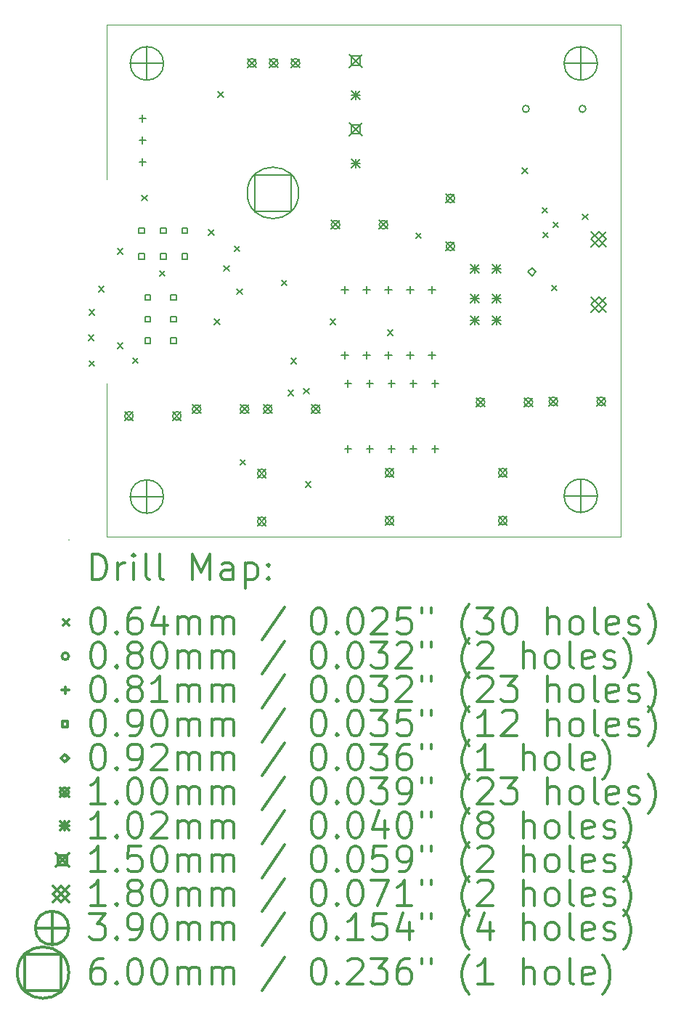
<source format=gbr>
%FSLAX45Y45*%
G04 Gerber Fmt 4.5, Leading zero omitted, Abs format (unit mm)*
G04 Created by KiCad (PCBNEW (2014-10-27 BZR 5228)-product) date 13/03/2015 07:55:47*
%MOMM*%
G01*
G04 APERTURE LIST*
%ADD10C,0.127000*%
%ADD11C,0.100000*%
%ADD12C,0.200000*%
%ADD13C,0.300000*%
G04 APERTURE END LIST*
D10*
D11*
X19440000Y-9470000D02*
X13440000Y-9470000D01*
X19440000Y-3500000D02*
X19440000Y-9470000D01*
X13440000Y-3500000D02*
X19440000Y-3500000D01*
X13440000Y-5300000D02*
X13440000Y-3500000D01*
X12997434Y-9500616D02*
X12994386Y-9500616D01*
X13440000Y-7680000D02*
X13440000Y-9470000D01*
D12*
X13228250Y-7118250D02*
X13291750Y-7181750D01*
X13291750Y-7118250D02*
X13228250Y-7181750D01*
X13238250Y-6818250D02*
X13301750Y-6881750D01*
X13301750Y-6818250D02*
X13238250Y-6881750D01*
X13238250Y-7418250D02*
X13301750Y-7481750D01*
X13301750Y-7418250D02*
X13238250Y-7481750D01*
X13348250Y-6548250D02*
X13411750Y-6611750D01*
X13411750Y-6548250D02*
X13348250Y-6611750D01*
X13568250Y-6108250D02*
X13631750Y-6171750D01*
X13631750Y-6108250D02*
X13568250Y-6171750D01*
X13568250Y-7208250D02*
X13631750Y-7271750D01*
X13631750Y-7208250D02*
X13568250Y-7271750D01*
X13743250Y-7383250D02*
X13806750Y-7446750D01*
X13806750Y-7383250D02*
X13743250Y-7446750D01*
X13848250Y-5488250D02*
X13911750Y-5551750D01*
X13911750Y-5488250D02*
X13848250Y-5551750D01*
X14058250Y-6368250D02*
X14121750Y-6431750D01*
X14121750Y-6368250D02*
X14058250Y-6431750D01*
X14628250Y-5888250D02*
X14691750Y-5951750D01*
X14691750Y-5888250D02*
X14628250Y-5951750D01*
X14698250Y-6928250D02*
X14761750Y-6991750D01*
X14761750Y-6928250D02*
X14698250Y-6991750D01*
X14738250Y-4278250D02*
X14801750Y-4341750D01*
X14801750Y-4278250D02*
X14738250Y-4341750D01*
X14808250Y-6308250D02*
X14871750Y-6371750D01*
X14871750Y-6308250D02*
X14808250Y-6371750D01*
X14928250Y-6078250D02*
X14991750Y-6141750D01*
X14991750Y-6078250D02*
X14928250Y-6141750D01*
X14958250Y-6578250D02*
X15021750Y-6641750D01*
X15021750Y-6578250D02*
X14958250Y-6641750D01*
X14998250Y-8568250D02*
X15061750Y-8631750D01*
X15061750Y-8568250D02*
X14998250Y-8631750D01*
X15478250Y-6478250D02*
X15541750Y-6541750D01*
X15541750Y-6478250D02*
X15478250Y-6541750D01*
X15558250Y-7758250D02*
X15621750Y-7821750D01*
X15621750Y-7758250D02*
X15558250Y-7821750D01*
X15588250Y-7388250D02*
X15651750Y-7451750D01*
X15651750Y-7388250D02*
X15588250Y-7451750D01*
X15738250Y-7738250D02*
X15801750Y-7801750D01*
X15801750Y-7738250D02*
X15738250Y-7801750D01*
X15758250Y-8828250D02*
X15821750Y-8891750D01*
X15821750Y-8828250D02*
X15758250Y-8891750D01*
X16048250Y-6928250D02*
X16111750Y-6991750D01*
X16111750Y-6928250D02*
X16048250Y-6991750D01*
X16718250Y-7058250D02*
X16781750Y-7121750D01*
X16781750Y-7058250D02*
X16718250Y-7121750D01*
X17048250Y-5928250D02*
X17111750Y-5991750D01*
X17111750Y-5928250D02*
X17048250Y-5991750D01*
X18288250Y-5168250D02*
X18351750Y-5231750D01*
X18351750Y-5168250D02*
X18288250Y-5231750D01*
X18518250Y-5628250D02*
X18581750Y-5691750D01*
X18581750Y-5628250D02*
X18518250Y-5691750D01*
X18528250Y-5918250D02*
X18591750Y-5981750D01*
X18591750Y-5918250D02*
X18528250Y-5981750D01*
X18628250Y-6538250D02*
X18691750Y-6601750D01*
X18691750Y-6538250D02*
X18628250Y-6601750D01*
X18648250Y-5798250D02*
X18711750Y-5861750D01*
X18711750Y-5798250D02*
X18648250Y-5861750D01*
X18988250Y-5708250D02*
X19051750Y-5771750D01*
X19051750Y-5708250D02*
X18988250Y-5771750D01*
X18370059Y-4480000D02*
G75*
G03X18370059Y-4480000I-40005J0D01*
G01*
X19029951Y-4480000D02*
G75*
G03X19029951Y-4480000I-40005J0D01*
G01*
X13860000Y-4551360D02*
X13860000Y-4632640D01*
X13819360Y-4592000D02*
X13900640Y-4592000D01*
X13860000Y-4805360D02*
X13860000Y-4886640D01*
X13819360Y-4846000D02*
X13900640Y-4846000D01*
X13860000Y-5059360D02*
X13860000Y-5140640D01*
X13819360Y-5100000D02*
X13900640Y-5100000D01*
X16217900Y-6550660D02*
X16217900Y-6631940D01*
X16177260Y-6591300D02*
X16258540Y-6591300D01*
X16217900Y-7312660D02*
X16217900Y-7393940D01*
X16177260Y-7353300D02*
X16258540Y-7353300D01*
X16256000Y-7642860D02*
X16256000Y-7724140D01*
X16215360Y-7683500D02*
X16296640Y-7683500D01*
X16256000Y-8404860D02*
X16256000Y-8486140D01*
X16215360Y-8445500D02*
X16296640Y-8445500D01*
X16471900Y-6550660D02*
X16471900Y-6631940D01*
X16431260Y-6591300D02*
X16512540Y-6591300D01*
X16471900Y-7312660D02*
X16471900Y-7393940D01*
X16431260Y-7353300D02*
X16512540Y-7353300D01*
X16510000Y-7642860D02*
X16510000Y-7724140D01*
X16469360Y-7683500D02*
X16550640Y-7683500D01*
X16510000Y-8404860D02*
X16510000Y-8486140D01*
X16469360Y-8445500D02*
X16550640Y-8445500D01*
X16725900Y-6550660D02*
X16725900Y-6631940D01*
X16685260Y-6591300D02*
X16766540Y-6591300D01*
X16725900Y-7312660D02*
X16725900Y-7393940D01*
X16685260Y-7353300D02*
X16766540Y-7353300D01*
X16764000Y-7642860D02*
X16764000Y-7724140D01*
X16723360Y-7683500D02*
X16804640Y-7683500D01*
X16764000Y-8404860D02*
X16764000Y-8486140D01*
X16723360Y-8445500D02*
X16804640Y-8445500D01*
X16979900Y-6550660D02*
X16979900Y-6631940D01*
X16939260Y-6591300D02*
X17020540Y-6591300D01*
X16979900Y-7312660D02*
X16979900Y-7393940D01*
X16939260Y-7353300D02*
X17020540Y-7353300D01*
X17018000Y-7642860D02*
X17018000Y-7724140D01*
X16977360Y-7683500D02*
X17058640Y-7683500D01*
X17018000Y-8404860D02*
X17018000Y-8486140D01*
X16977360Y-8445500D02*
X17058640Y-8445500D01*
X17233900Y-6550660D02*
X17233900Y-6631940D01*
X17193260Y-6591300D02*
X17274540Y-6591300D01*
X17233900Y-7312660D02*
X17233900Y-7393940D01*
X17193260Y-7353300D02*
X17274540Y-7353300D01*
X17272000Y-7642860D02*
X17272000Y-7724140D01*
X17231360Y-7683500D02*
X17312640Y-7683500D01*
X17272000Y-8404860D02*
X17272000Y-8486140D01*
X17231360Y-8445500D02*
X17312640Y-8445500D01*
X13881820Y-5931820D02*
X13881820Y-5868180D01*
X13818180Y-5868180D01*
X13818180Y-5931820D01*
X13881820Y-5931820D01*
X13881820Y-6231820D02*
X13881820Y-6168180D01*
X13818180Y-6168180D01*
X13818180Y-6231820D01*
X13881820Y-6231820D01*
X13951820Y-6711820D02*
X13951820Y-6648180D01*
X13888180Y-6648180D01*
X13888180Y-6711820D01*
X13951820Y-6711820D01*
X13951820Y-6961820D02*
X13951820Y-6898180D01*
X13888180Y-6898180D01*
X13888180Y-6961820D01*
X13951820Y-6961820D01*
X13951820Y-7211820D02*
X13951820Y-7148180D01*
X13888180Y-7148180D01*
X13888180Y-7211820D01*
X13951820Y-7211820D01*
X14131820Y-5931820D02*
X14131820Y-5868180D01*
X14068180Y-5868180D01*
X14068180Y-5931820D01*
X14131820Y-5931820D01*
X14131820Y-6231820D02*
X14131820Y-6168180D01*
X14068180Y-6168180D01*
X14068180Y-6231820D01*
X14131820Y-6231820D01*
X14251820Y-6711820D02*
X14251820Y-6648180D01*
X14188180Y-6648180D01*
X14188180Y-6711820D01*
X14251820Y-6711820D01*
X14251820Y-6961820D02*
X14251820Y-6898180D01*
X14188180Y-6898180D01*
X14188180Y-6961820D01*
X14251820Y-6961820D01*
X14251820Y-7211820D02*
X14251820Y-7148180D01*
X14188180Y-7148180D01*
X14188180Y-7211820D01*
X14251820Y-7211820D01*
X14381820Y-5931820D02*
X14381820Y-5868180D01*
X14318180Y-5868180D01*
X14318180Y-5931820D01*
X14381820Y-5931820D01*
X14381820Y-6231820D02*
X14381820Y-6168180D01*
X14318180Y-6168180D01*
X14318180Y-6231820D01*
X14381820Y-6231820D01*
X18400000Y-6426000D02*
X18446000Y-6380000D01*
X18400000Y-6334000D01*
X18354000Y-6380000D01*
X18400000Y-6426000D01*
X13650362Y-8009562D02*
X13750438Y-8109638D01*
X13750438Y-8009562D02*
X13650362Y-8109638D01*
X13750438Y-8059600D02*
G75*
G03X13750438Y-8059600I-50038J0D01*
G01*
X14209162Y-8009562D02*
X14309238Y-8109638D01*
X14309238Y-8009562D02*
X14209162Y-8109638D01*
X14309238Y-8059600D02*
G75*
G03X14309238Y-8059600I-50038J0D01*
G01*
X14440762Y-7930362D02*
X14540838Y-8030438D01*
X14540838Y-7930362D02*
X14440762Y-8030438D01*
X14540838Y-7980400D02*
G75*
G03X14540838Y-7980400I-50038J0D01*
G01*
X14999562Y-7930362D02*
X15099638Y-8030438D01*
X15099638Y-7930362D02*
X14999562Y-8030438D01*
X15099638Y-7980400D02*
G75*
G03X15099638Y-7980400I-50038J0D01*
G01*
X15085314Y-3895090D02*
X15185390Y-3995166D01*
X15185390Y-3895090D02*
X15085314Y-3995166D01*
X15185390Y-3945128D02*
G75*
G03X15185390Y-3945128I-50038J0D01*
G01*
X15199562Y-8680762D02*
X15299638Y-8780838D01*
X15299638Y-8680762D02*
X15199562Y-8780838D01*
X15299638Y-8730800D02*
G75*
G03X15299638Y-8730800I-50038J0D01*
G01*
X15199562Y-9239562D02*
X15299638Y-9339638D01*
X15299638Y-9239562D02*
X15199562Y-9339638D01*
X15299638Y-9289600D02*
G75*
G03X15299638Y-9289600I-50038J0D01*
G01*
X15270362Y-7929562D02*
X15370438Y-8029638D01*
X15370438Y-7929562D02*
X15270362Y-8029638D01*
X15370438Y-7979600D02*
G75*
G03X15370438Y-7979600I-50038J0D01*
G01*
X15339314Y-3895090D02*
X15439390Y-3995166D01*
X15439390Y-3895090D02*
X15339314Y-3995166D01*
X15439390Y-3945128D02*
G75*
G03X15439390Y-3945128I-50038J0D01*
G01*
X15593314Y-3895090D02*
X15693390Y-3995166D01*
X15693390Y-3895090D02*
X15593314Y-3995166D01*
X15693390Y-3945128D02*
G75*
G03X15693390Y-3945128I-50038J0D01*
G01*
X15829162Y-7929562D02*
X15929238Y-8029638D01*
X15929238Y-7929562D02*
X15829162Y-8029638D01*
X15929238Y-7979600D02*
G75*
G03X15929238Y-7979600I-50038J0D01*
G01*
X16060762Y-5780362D02*
X16160838Y-5880438D01*
X16160838Y-5780362D02*
X16060762Y-5880438D01*
X16160838Y-5830400D02*
G75*
G03X16160838Y-5830400I-50038J0D01*
G01*
X16619562Y-5780362D02*
X16719638Y-5880438D01*
X16719638Y-5780362D02*
X16619562Y-5880438D01*
X16719638Y-5830400D02*
G75*
G03X16719638Y-5830400I-50038J0D01*
G01*
X16689562Y-8670762D02*
X16789638Y-8770838D01*
X16789638Y-8670762D02*
X16689562Y-8770838D01*
X16789638Y-8720800D02*
G75*
G03X16789638Y-8720800I-50038J0D01*
G01*
X16689562Y-9229562D02*
X16789638Y-9329638D01*
X16789638Y-9229562D02*
X16689562Y-9329638D01*
X16789638Y-9279600D02*
G75*
G03X16789638Y-9279600I-50038J0D01*
G01*
X17399762Y-5474462D02*
X17499838Y-5574538D01*
X17499838Y-5474462D02*
X17399762Y-5574538D01*
X17499838Y-5524500D02*
G75*
G03X17499838Y-5524500I-50038J0D01*
G01*
X17399762Y-6033262D02*
X17499838Y-6133338D01*
X17499838Y-6033262D02*
X17399762Y-6133338D01*
X17499838Y-6083300D02*
G75*
G03X17499838Y-6083300I-50038J0D01*
G01*
X17750762Y-7850362D02*
X17850838Y-7950438D01*
X17850838Y-7850362D02*
X17750762Y-7950438D01*
X17850838Y-7900400D02*
G75*
G03X17850838Y-7900400I-50038J0D01*
G01*
X18010362Y-8670362D02*
X18110438Y-8770438D01*
X18110438Y-8670362D02*
X18010362Y-8770438D01*
X18110438Y-8720400D02*
G75*
G03X18110438Y-8720400I-50038J0D01*
G01*
X18010362Y-9229162D02*
X18110438Y-9329238D01*
X18110438Y-9229162D02*
X18010362Y-9329238D01*
X18110438Y-9279200D02*
G75*
G03X18110438Y-9279200I-50038J0D01*
G01*
X18309562Y-7850362D02*
X18409638Y-7950438D01*
X18409638Y-7850362D02*
X18309562Y-7950438D01*
X18409638Y-7900400D02*
G75*
G03X18409638Y-7900400I-50038J0D01*
G01*
X18600762Y-7840362D02*
X18700838Y-7940438D01*
X18700838Y-7840362D02*
X18600762Y-7940438D01*
X18700838Y-7890400D02*
G75*
G03X18700838Y-7890400I-50038J0D01*
G01*
X19159562Y-7840362D02*
X19259638Y-7940438D01*
X19259638Y-7840362D02*
X19159562Y-7940438D01*
X19259638Y-7890400D02*
G75*
G03X19259638Y-7890400I-50038J0D01*
G01*
X16295370Y-4269130D02*
X16396970Y-4370730D01*
X16396970Y-4269130D02*
X16295370Y-4370730D01*
X16346170Y-4269130D02*
X16346170Y-4370730D01*
X16295370Y-4319930D02*
X16396970Y-4319930D01*
X16295370Y-5069130D02*
X16396970Y-5170730D01*
X16396970Y-5069130D02*
X16295370Y-5170730D01*
X16346170Y-5069130D02*
X16346170Y-5170730D01*
X16295370Y-5119930D02*
X16396970Y-5119930D01*
X17682200Y-6289200D02*
X17783800Y-6390800D01*
X17783800Y-6289200D02*
X17682200Y-6390800D01*
X17733000Y-6289200D02*
X17733000Y-6390800D01*
X17682200Y-6340000D02*
X17783800Y-6340000D01*
X17682200Y-6642200D02*
X17783800Y-6743800D01*
X17783800Y-6642200D02*
X17682200Y-6743800D01*
X17733000Y-6642200D02*
X17733000Y-6743800D01*
X17682200Y-6693000D02*
X17783800Y-6693000D01*
X17682200Y-6896200D02*
X17783800Y-6997800D01*
X17783800Y-6896200D02*
X17682200Y-6997800D01*
X17733000Y-6896200D02*
X17733000Y-6997800D01*
X17682200Y-6947000D02*
X17783800Y-6947000D01*
X17936200Y-6289200D02*
X18037800Y-6390800D01*
X18037800Y-6289200D02*
X17936200Y-6390800D01*
X17987000Y-6289200D02*
X17987000Y-6390800D01*
X17936200Y-6340000D02*
X18037800Y-6340000D01*
X17936200Y-6642200D02*
X18037800Y-6743800D01*
X18037800Y-6642200D02*
X17936200Y-6743800D01*
X17987000Y-6642200D02*
X17987000Y-6743800D01*
X17936200Y-6693000D02*
X18037800Y-6693000D01*
X17936200Y-6896200D02*
X18037800Y-6997800D01*
X18037800Y-6896200D02*
X17936200Y-6997800D01*
X17987000Y-6896200D02*
X17987000Y-6997800D01*
X17936200Y-6947000D02*
X18037800Y-6947000D01*
X16271170Y-3844930D02*
X16421170Y-3994930D01*
X16421170Y-3844930D02*
X16271170Y-3994930D01*
X16399203Y-3972963D02*
X16399203Y-3866896D01*
X16293136Y-3866896D01*
X16293136Y-3972963D01*
X16399203Y-3972963D01*
X16271170Y-4644930D02*
X16421170Y-4794930D01*
X16421170Y-4644930D02*
X16271170Y-4794930D01*
X16399203Y-4772964D02*
X16399203Y-4666897D01*
X16293136Y-4666897D01*
X16293136Y-4772964D01*
X16399203Y-4772964D01*
X19090000Y-5910000D02*
X19270000Y-6090000D01*
X19270000Y-5910000D02*
X19090000Y-6090000D01*
X19180000Y-6090000D02*
X19270000Y-6000000D01*
X19180000Y-5910000D01*
X19090000Y-6000000D01*
X19180000Y-6090000D01*
X19090000Y-6670000D02*
X19270000Y-6850000D01*
X19270000Y-6670000D02*
X19090000Y-6850000D01*
X19180000Y-6850000D02*
X19270000Y-6760000D01*
X19180000Y-6670000D01*
X19090000Y-6760000D01*
X19180000Y-6850000D01*
X13910000Y-3755000D02*
X13910000Y-4145000D01*
X13715000Y-3950000D02*
X14105000Y-3950000D01*
X14105000Y-3950000D02*
G75*
G03X14105000Y-3950000I-195000J0D01*
G01*
X13910000Y-8805000D02*
X13910000Y-9195000D01*
X13715000Y-9000000D02*
X14105000Y-9000000D01*
X14105000Y-9000000D02*
G75*
G03X14105000Y-9000000I-195000J0D01*
G01*
X18970000Y-3755000D02*
X18970000Y-4145000D01*
X18775000Y-3950000D02*
X19165000Y-3950000D01*
X19165000Y-3950000D02*
G75*
G03X19165000Y-3950000I-195000J0D01*
G01*
X18970000Y-8795000D02*
X18970000Y-9185000D01*
X18775000Y-8990000D02*
X19165000Y-8990000D01*
X19165000Y-8990000D02*
G75*
G03X19165000Y-8990000I-195000J0D01*
G01*
X15592116Y-5672116D02*
X15592116Y-5247884D01*
X15167884Y-5247884D01*
X15167884Y-5672116D01*
X15592116Y-5672116D01*
X15679974Y-5460000D02*
G75*
G03X15679974Y-5460000I-299974J0D01*
G01*
D13*
X13270387Y-9971330D02*
X13270387Y-9671330D01*
X13341815Y-9671330D01*
X13384672Y-9685616D01*
X13413244Y-9714188D01*
X13427529Y-9742759D01*
X13441815Y-9799902D01*
X13441815Y-9842759D01*
X13427529Y-9899902D01*
X13413244Y-9928473D01*
X13384672Y-9957045D01*
X13341815Y-9971330D01*
X13270387Y-9971330D01*
X13570387Y-9971330D02*
X13570387Y-9771330D01*
X13570387Y-9828473D02*
X13584672Y-9799902D01*
X13598958Y-9785616D01*
X13627529Y-9771330D01*
X13656101Y-9771330D01*
X13756101Y-9971330D02*
X13756101Y-9771330D01*
X13756101Y-9671330D02*
X13741815Y-9685616D01*
X13756101Y-9699902D01*
X13770387Y-9685616D01*
X13756101Y-9671330D01*
X13756101Y-9699902D01*
X13941815Y-9971330D02*
X13913244Y-9957045D01*
X13898958Y-9928473D01*
X13898958Y-9671330D01*
X14098958Y-9971330D02*
X14070387Y-9957045D01*
X14056101Y-9928473D01*
X14056101Y-9671330D01*
X14441815Y-9971330D02*
X14441815Y-9671330D01*
X14541815Y-9885616D01*
X14641815Y-9671330D01*
X14641815Y-9971330D01*
X14913244Y-9971330D02*
X14913244Y-9814188D01*
X14898958Y-9785616D01*
X14870387Y-9771330D01*
X14813244Y-9771330D01*
X14784672Y-9785616D01*
X14913244Y-9957045D02*
X14884672Y-9971330D01*
X14813244Y-9971330D01*
X14784672Y-9957045D01*
X14770387Y-9928473D01*
X14770387Y-9899902D01*
X14784672Y-9871330D01*
X14813244Y-9857045D01*
X14884672Y-9857045D01*
X14913244Y-9842759D01*
X15056101Y-9771330D02*
X15056101Y-10071330D01*
X15056101Y-9785616D02*
X15084672Y-9771330D01*
X15141815Y-9771330D01*
X15170387Y-9785616D01*
X15184672Y-9799902D01*
X15198958Y-9828473D01*
X15198958Y-9914188D01*
X15184672Y-9942759D01*
X15170387Y-9957045D01*
X15141815Y-9971330D01*
X15084672Y-9971330D01*
X15056101Y-9957045D01*
X15327529Y-9942759D02*
X15341815Y-9957045D01*
X15327529Y-9971330D01*
X15313244Y-9957045D01*
X15327529Y-9942759D01*
X15327529Y-9971330D01*
X15327529Y-9785616D02*
X15341815Y-9799902D01*
X15327529Y-9814188D01*
X15313244Y-9799902D01*
X15327529Y-9785616D01*
X15327529Y-9814188D01*
X12935458Y-10433866D02*
X12998958Y-10497366D01*
X12998958Y-10433866D02*
X12935458Y-10497366D01*
X13327529Y-10301330D02*
X13356101Y-10301330D01*
X13384672Y-10315616D01*
X13398958Y-10329902D01*
X13413244Y-10358473D01*
X13427529Y-10415616D01*
X13427529Y-10487045D01*
X13413244Y-10544188D01*
X13398958Y-10572759D01*
X13384672Y-10587045D01*
X13356101Y-10601330D01*
X13327529Y-10601330D01*
X13298958Y-10587045D01*
X13284672Y-10572759D01*
X13270387Y-10544188D01*
X13256101Y-10487045D01*
X13256101Y-10415616D01*
X13270387Y-10358473D01*
X13284672Y-10329902D01*
X13298958Y-10315616D01*
X13327529Y-10301330D01*
X13556101Y-10572759D02*
X13570387Y-10587045D01*
X13556101Y-10601330D01*
X13541815Y-10587045D01*
X13556101Y-10572759D01*
X13556101Y-10601330D01*
X13827529Y-10301330D02*
X13770386Y-10301330D01*
X13741815Y-10315616D01*
X13727529Y-10329902D01*
X13698958Y-10372759D01*
X13684672Y-10429902D01*
X13684672Y-10544188D01*
X13698958Y-10572759D01*
X13713244Y-10587045D01*
X13741815Y-10601330D01*
X13798958Y-10601330D01*
X13827529Y-10587045D01*
X13841815Y-10572759D01*
X13856101Y-10544188D01*
X13856101Y-10472759D01*
X13841815Y-10444188D01*
X13827529Y-10429902D01*
X13798958Y-10415616D01*
X13741815Y-10415616D01*
X13713244Y-10429902D01*
X13698958Y-10444188D01*
X13684672Y-10472759D01*
X14113244Y-10401330D02*
X14113244Y-10601330D01*
X14041815Y-10287045D02*
X13970387Y-10501330D01*
X14156101Y-10501330D01*
X14270387Y-10601330D02*
X14270387Y-10401330D01*
X14270387Y-10429902D02*
X14284672Y-10415616D01*
X14313244Y-10401330D01*
X14356101Y-10401330D01*
X14384672Y-10415616D01*
X14398958Y-10444188D01*
X14398958Y-10601330D01*
X14398958Y-10444188D02*
X14413244Y-10415616D01*
X14441815Y-10401330D01*
X14484672Y-10401330D01*
X14513244Y-10415616D01*
X14527529Y-10444188D01*
X14527529Y-10601330D01*
X14670387Y-10601330D02*
X14670387Y-10401330D01*
X14670387Y-10429902D02*
X14684672Y-10415616D01*
X14713244Y-10401330D01*
X14756101Y-10401330D01*
X14784672Y-10415616D01*
X14798958Y-10444188D01*
X14798958Y-10601330D01*
X14798958Y-10444188D02*
X14813244Y-10415616D01*
X14841815Y-10401330D01*
X14884672Y-10401330D01*
X14913244Y-10415616D01*
X14927529Y-10444188D01*
X14927529Y-10601330D01*
X15513244Y-10287045D02*
X15256101Y-10672759D01*
X15898958Y-10301330D02*
X15927529Y-10301330D01*
X15956101Y-10315616D01*
X15970386Y-10329902D01*
X15984672Y-10358473D01*
X15998958Y-10415616D01*
X15998958Y-10487045D01*
X15984672Y-10544188D01*
X15970386Y-10572759D01*
X15956101Y-10587045D01*
X15927529Y-10601330D01*
X15898958Y-10601330D01*
X15870386Y-10587045D01*
X15856101Y-10572759D01*
X15841815Y-10544188D01*
X15827529Y-10487045D01*
X15827529Y-10415616D01*
X15841815Y-10358473D01*
X15856101Y-10329902D01*
X15870386Y-10315616D01*
X15898958Y-10301330D01*
X16127529Y-10572759D02*
X16141815Y-10587045D01*
X16127529Y-10601330D01*
X16113244Y-10587045D01*
X16127529Y-10572759D01*
X16127529Y-10601330D01*
X16327529Y-10301330D02*
X16356101Y-10301330D01*
X16384672Y-10315616D01*
X16398958Y-10329902D01*
X16413244Y-10358473D01*
X16427529Y-10415616D01*
X16427529Y-10487045D01*
X16413244Y-10544188D01*
X16398958Y-10572759D01*
X16384672Y-10587045D01*
X16356101Y-10601330D01*
X16327529Y-10601330D01*
X16298958Y-10587045D01*
X16284672Y-10572759D01*
X16270386Y-10544188D01*
X16256101Y-10487045D01*
X16256101Y-10415616D01*
X16270386Y-10358473D01*
X16284672Y-10329902D01*
X16298958Y-10315616D01*
X16327529Y-10301330D01*
X16541815Y-10329902D02*
X16556101Y-10315616D01*
X16584672Y-10301330D01*
X16656101Y-10301330D01*
X16684672Y-10315616D01*
X16698958Y-10329902D01*
X16713244Y-10358473D01*
X16713244Y-10387045D01*
X16698958Y-10429902D01*
X16527529Y-10601330D01*
X16713244Y-10601330D01*
X16984672Y-10301330D02*
X16841815Y-10301330D01*
X16827529Y-10444188D01*
X16841815Y-10429902D01*
X16870387Y-10415616D01*
X16941815Y-10415616D01*
X16970387Y-10429902D01*
X16984672Y-10444188D01*
X16998958Y-10472759D01*
X16998958Y-10544188D01*
X16984672Y-10572759D01*
X16970387Y-10587045D01*
X16941815Y-10601330D01*
X16870387Y-10601330D01*
X16841815Y-10587045D01*
X16827529Y-10572759D01*
X17113244Y-10301330D02*
X17113244Y-10358473D01*
X17227529Y-10301330D02*
X17227529Y-10358473D01*
X17670387Y-10715616D02*
X17656101Y-10701330D01*
X17627529Y-10658473D01*
X17613244Y-10629902D01*
X17598958Y-10587045D01*
X17584672Y-10515616D01*
X17584672Y-10458473D01*
X17598958Y-10387045D01*
X17613244Y-10344188D01*
X17627529Y-10315616D01*
X17656101Y-10272759D01*
X17670387Y-10258473D01*
X17756101Y-10301330D02*
X17941815Y-10301330D01*
X17841815Y-10415616D01*
X17884672Y-10415616D01*
X17913244Y-10429902D01*
X17927529Y-10444188D01*
X17941815Y-10472759D01*
X17941815Y-10544188D01*
X17927529Y-10572759D01*
X17913244Y-10587045D01*
X17884672Y-10601330D01*
X17798958Y-10601330D01*
X17770387Y-10587045D01*
X17756101Y-10572759D01*
X18127529Y-10301330D02*
X18156101Y-10301330D01*
X18184672Y-10315616D01*
X18198958Y-10329902D01*
X18213244Y-10358473D01*
X18227529Y-10415616D01*
X18227529Y-10487045D01*
X18213244Y-10544188D01*
X18198958Y-10572759D01*
X18184672Y-10587045D01*
X18156101Y-10601330D01*
X18127529Y-10601330D01*
X18098958Y-10587045D01*
X18084672Y-10572759D01*
X18070387Y-10544188D01*
X18056101Y-10487045D01*
X18056101Y-10415616D01*
X18070387Y-10358473D01*
X18084672Y-10329902D01*
X18098958Y-10315616D01*
X18127529Y-10301330D01*
X18584672Y-10601330D02*
X18584672Y-10301330D01*
X18713244Y-10601330D02*
X18713244Y-10444188D01*
X18698958Y-10415616D01*
X18670387Y-10401330D01*
X18627529Y-10401330D01*
X18598958Y-10415616D01*
X18584672Y-10429902D01*
X18898958Y-10601330D02*
X18870387Y-10587045D01*
X18856101Y-10572759D01*
X18841815Y-10544188D01*
X18841815Y-10458473D01*
X18856101Y-10429902D01*
X18870387Y-10415616D01*
X18898958Y-10401330D01*
X18941815Y-10401330D01*
X18970387Y-10415616D01*
X18984672Y-10429902D01*
X18998958Y-10458473D01*
X18998958Y-10544188D01*
X18984672Y-10572759D01*
X18970387Y-10587045D01*
X18941815Y-10601330D01*
X18898958Y-10601330D01*
X19170387Y-10601330D02*
X19141815Y-10587045D01*
X19127529Y-10558473D01*
X19127529Y-10301330D01*
X19398958Y-10587045D02*
X19370387Y-10601330D01*
X19313244Y-10601330D01*
X19284672Y-10587045D01*
X19270387Y-10558473D01*
X19270387Y-10444188D01*
X19284672Y-10415616D01*
X19313244Y-10401330D01*
X19370387Y-10401330D01*
X19398958Y-10415616D01*
X19413244Y-10444188D01*
X19413244Y-10472759D01*
X19270387Y-10501330D01*
X19527530Y-10587045D02*
X19556101Y-10601330D01*
X19613244Y-10601330D01*
X19641815Y-10587045D01*
X19656101Y-10558473D01*
X19656101Y-10544188D01*
X19641815Y-10515616D01*
X19613244Y-10501330D01*
X19570387Y-10501330D01*
X19541815Y-10487045D01*
X19527530Y-10458473D01*
X19527530Y-10444188D01*
X19541815Y-10415616D01*
X19570387Y-10401330D01*
X19613244Y-10401330D01*
X19641815Y-10415616D01*
X19756101Y-10715616D02*
X19770387Y-10701330D01*
X19798958Y-10658473D01*
X19813244Y-10629902D01*
X19827529Y-10587045D01*
X19841815Y-10515616D01*
X19841815Y-10458473D01*
X19827529Y-10387045D01*
X19813244Y-10344188D01*
X19798958Y-10315616D01*
X19770387Y-10272759D01*
X19756101Y-10258473D01*
X12998958Y-10861616D02*
G75*
G03X12998958Y-10861616I-40005J0D01*
G01*
X13327529Y-10697330D02*
X13356101Y-10697330D01*
X13384672Y-10711616D01*
X13398958Y-10725902D01*
X13413244Y-10754473D01*
X13427529Y-10811616D01*
X13427529Y-10883045D01*
X13413244Y-10940188D01*
X13398958Y-10968759D01*
X13384672Y-10983045D01*
X13356101Y-10997330D01*
X13327529Y-10997330D01*
X13298958Y-10983045D01*
X13284672Y-10968759D01*
X13270387Y-10940188D01*
X13256101Y-10883045D01*
X13256101Y-10811616D01*
X13270387Y-10754473D01*
X13284672Y-10725902D01*
X13298958Y-10711616D01*
X13327529Y-10697330D01*
X13556101Y-10968759D02*
X13570387Y-10983045D01*
X13556101Y-10997330D01*
X13541815Y-10983045D01*
X13556101Y-10968759D01*
X13556101Y-10997330D01*
X13741815Y-10825902D02*
X13713244Y-10811616D01*
X13698958Y-10797330D01*
X13684672Y-10768759D01*
X13684672Y-10754473D01*
X13698958Y-10725902D01*
X13713244Y-10711616D01*
X13741815Y-10697330D01*
X13798958Y-10697330D01*
X13827529Y-10711616D01*
X13841815Y-10725902D01*
X13856101Y-10754473D01*
X13856101Y-10768759D01*
X13841815Y-10797330D01*
X13827529Y-10811616D01*
X13798958Y-10825902D01*
X13741815Y-10825902D01*
X13713244Y-10840188D01*
X13698958Y-10854473D01*
X13684672Y-10883045D01*
X13684672Y-10940188D01*
X13698958Y-10968759D01*
X13713244Y-10983045D01*
X13741815Y-10997330D01*
X13798958Y-10997330D01*
X13827529Y-10983045D01*
X13841815Y-10968759D01*
X13856101Y-10940188D01*
X13856101Y-10883045D01*
X13841815Y-10854473D01*
X13827529Y-10840188D01*
X13798958Y-10825902D01*
X14041815Y-10697330D02*
X14070387Y-10697330D01*
X14098958Y-10711616D01*
X14113244Y-10725902D01*
X14127529Y-10754473D01*
X14141815Y-10811616D01*
X14141815Y-10883045D01*
X14127529Y-10940188D01*
X14113244Y-10968759D01*
X14098958Y-10983045D01*
X14070387Y-10997330D01*
X14041815Y-10997330D01*
X14013244Y-10983045D01*
X13998958Y-10968759D01*
X13984672Y-10940188D01*
X13970387Y-10883045D01*
X13970387Y-10811616D01*
X13984672Y-10754473D01*
X13998958Y-10725902D01*
X14013244Y-10711616D01*
X14041815Y-10697330D01*
X14270387Y-10997330D02*
X14270387Y-10797330D01*
X14270387Y-10825902D02*
X14284672Y-10811616D01*
X14313244Y-10797330D01*
X14356101Y-10797330D01*
X14384672Y-10811616D01*
X14398958Y-10840188D01*
X14398958Y-10997330D01*
X14398958Y-10840188D02*
X14413244Y-10811616D01*
X14441815Y-10797330D01*
X14484672Y-10797330D01*
X14513244Y-10811616D01*
X14527529Y-10840188D01*
X14527529Y-10997330D01*
X14670387Y-10997330D02*
X14670387Y-10797330D01*
X14670387Y-10825902D02*
X14684672Y-10811616D01*
X14713244Y-10797330D01*
X14756101Y-10797330D01*
X14784672Y-10811616D01*
X14798958Y-10840188D01*
X14798958Y-10997330D01*
X14798958Y-10840188D02*
X14813244Y-10811616D01*
X14841815Y-10797330D01*
X14884672Y-10797330D01*
X14913244Y-10811616D01*
X14927529Y-10840188D01*
X14927529Y-10997330D01*
X15513244Y-10683045D02*
X15256101Y-11068759D01*
X15898958Y-10697330D02*
X15927529Y-10697330D01*
X15956101Y-10711616D01*
X15970386Y-10725902D01*
X15984672Y-10754473D01*
X15998958Y-10811616D01*
X15998958Y-10883045D01*
X15984672Y-10940188D01*
X15970386Y-10968759D01*
X15956101Y-10983045D01*
X15927529Y-10997330D01*
X15898958Y-10997330D01*
X15870386Y-10983045D01*
X15856101Y-10968759D01*
X15841815Y-10940188D01*
X15827529Y-10883045D01*
X15827529Y-10811616D01*
X15841815Y-10754473D01*
X15856101Y-10725902D01*
X15870386Y-10711616D01*
X15898958Y-10697330D01*
X16127529Y-10968759D02*
X16141815Y-10983045D01*
X16127529Y-10997330D01*
X16113244Y-10983045D01*
X16127529Y-10968759D01*
X16127529Y-10997330D01*
X16327529Y-10697330D02*
X16356101Y-10697330D01*
X16384672Y-10711616D01*
X16398958Y-10725902D01*
X16413244Y-10754473D01*
X16427529Y-10811616D01*
X16427529Y-10883045D01*
X16413244Y-10940188D01*
X16398958Y-10968759D01*
X16384672Y-10983045D01*
X16356101Y-10997330D01*
X16327529Y-10997330D01*
X16298958Y-10983045D01*
X16284672Y-10968759D01*
X16270386Y-10940188D01*
X16256101Y-10883045D01*
X16256101Y-10811616D01*
X16270386Y-10754473D01*
X16284672Y-10725902D01*
X16298958Y-10711616D01*
X16327529Y-10697330D01*
X16527529Y-10697330D02*
X16713244Y-10697330D01*
X16613244Y-10811616D01*
X16656101Y-10811616D01*
X16684672Y-10825902D01*
X16698958Y-10840188D01*
X16713244Y-10868759D01*
X16713244Y-10940188D01*
X16698958Y-10968759D01*
X16684672Y-10983045D01*
X16656101Y-10997330D01*
X16570386Y-10997330D01*
X16541815Y-10983045D01*
X16527529Y-10968759D01*
X16827529Y-10725902D02*
X16841815Y-10711616D01*
X16870387Y-10697330D01*
X16941815Y-10697330D01*
X16970387Y-10711616D01*
X16984672Y-10725902D01*
X16998958Y-10754473D01*
X16998958Y-10783045D01*
X16984672Y-10825902D01*
X16813244Y-10997330D01*
X16998958Y-10997330D01*
X17113244Y-10697330D02*
X17113244Y-10754473D01*
X17227529Y-10697330D02*
X17227529Y-10754473D01*
X17670387Y-11111616D02*
X17656101Y-11097330D01*
X17627529Y-11054473D01*
X17613244Y-11025902D01*
X17598958Y-10983045D01*
X17584672Y-10911616D01*
X17584672Y-10854473D01*
X17598958Y-10783045D01*
X17613244Y-10740188D01*
X17627529Y-10711616D01*
X17656101Y-10668759D01*
X17670387Y-10654473D01*
X17770387Y-10725902D02*
X17784672Y-10711616D01*
X17813244Y-10697330D01*
X17884672Y-10697330D01*
X17913244Y-10711616D01*
X17927529Y-10725902D01*
X17941815Y-10754473D01*
X17941815Y-10783045D01*
X17927529Y-10825902D01*
X17756101Y-10997330D01*
X17941815Y-10997330D01*
X18298958Y-10997330D02*
X18298958Y-10697330D01*
X18427529Y-10997330D02*
X18427529Y-10840188D01*
X18413244Y-10811616D01*
X18384672Y-10797330D01*
X18341815Y-10797330D01*
X18313244Y-10811616D01*
X18298958Y-10825902D01*
X18613244Y-10997330D02*
X18584672Y-10983045D01*
X18570387Y-10968759D01*
X18556101Y-10940188D01*
X18556101Y-10854473D01*
X18570387Y-10825902D01*
X18584672Y-10811616D01*
X18613244Y-10797330D01*
X18656101Y-10797330D01*
X18684672Y-10811616D01*
X18698958Y-10825902D01*
X18713244Y-10854473D01*
X18713244Y-10940188D01*
X18698958Y-10968759D01*
X18684672Y-10983045D01*
X18656101Y-10997330D01*
X18613244Y-10997330D01*
X18884672Y-10997330D02*
X18856101Y-10983045D01*
X18841815Y-10954473D01*
X18841815Y-10697330D01*
X19113244Y-10983045D02*
X19084672Y-10997330D01*
X19027529Y-10997330D01*
X18998958Y-10983045D01*
X18984672Y-10954473D01*
X18984672Y-10840188D01*
X18998958Y-10811616D01*
X19027529Y-10797330D01*
X19084672Y-10797330D01*
X19113244Y-10811616D01*
X19127529Y-10840188D01*
X19127529Y-10868759D01*
X18984672Y-10897330D01*
X19241815Y-10983045D02*
X19270387Y-10997330D01*
X19327529Y-10997330D01*
X19356101Y-10983045D01*
X19370387Y-10954473D01*
X19370387Y-10940188D01*
X19356101Y-10911616D01*
X19327529Y-10897330D01*
X19284672Y-10897330D01*
X19256101Y-10883045D01*
X19241815Y-10854473D01*
X19241815Y-10840188D01*
X19256101Y-10811616D01*
X19284672Y-10797330D01*
X19327529Y-10797330D01*
X19356101Y-10811616D01*
X19470387Y-11111616D02*
X19484672Y-11097330D01*
X19513244Y-11054473D01*
X19527529Y-11025902D01*
X19541815Y-10983045D01*
X19556101Y-10911616D01*
X19556101Y-10854473D01*
X19541815Y-10783045D01*
X19527529Y-10740188D01*
X19513244Y-10711616D01*
X19484672Y-10668759D01*
X19470387Y-10654473D01*
X12958318Y-11216976D02*
X12958318Y-11298256D01*
X12917678Y-11257616D02*
X12998958Y-11257616D01*
X13327529Y-11093330D02*
X13356101Y-11093330D01*
X13384672Y-11107616D01*
X13398958Y-11121902D01*
X13413244Y-11150473D01*
X13427529Y-11207616D01*
X13427529Y-11279045D01*
X13413244Y-11336187D01*
X13398958Y-11364759D01*
X13384672Y-11379045D01*
X13356101Y-11393330D01*
X13327529Y-11393330D01*
X13298958Y-11379045D01*
X13284672Y-11364759D01*
X13270387Y-11336187D01*
X13256101Y-11279045D01*
X13256101Y-11207616D01*
X13270387Y-11150473D01*
X13284672Y-11121902D01*
X13298958Y-11107616D01*
X13327529Y-11093330D01*
X13556101Y-11364759D02*
X13570387Y-11379045D01*
X13556101Y-11393330D01*
X13541815Y-11379045D01*
X13556101Y-11364759D01*
X13556101Y-11393330D01*
X13741815Y-11221902D02*
X13713244Y-11207616D01*
X13698958Y-11193330D01*
X13684672Y-11164759D01*
X13684672Y-11150473D01*
X13698958Y-11121902D01*
X13713244Y-11107616D01*
X13741815Y-11093330D01*
X13798958Y-11093330D01*
X13827529Y-11107616D01*
X13841815Y-11121902D01*
X13856101Y-11150473D01*
X13856101Y-11164759D01*
X13841815Y-11193330D01*
X13827529Y-11207616D01*
X13798958Y-11221902D01*
X13741815Y-11221902D01*
X13713244Y-11236187D01*
X13698958Y-11250473D01*
X13684672Y-11279045D01*
X13684672Y-11336187D01*
X13698958Y-11364759D01*
X13713244Y-11379045D01*
X13741815Y-11393330D01*
X13798958Y-11393330D01*
X13827529Y-11379045D01*
X13841815Y-11364759D01*
X13856101Y-11336187D01*
X13856101Y-11279045D01*
X13841815Y-11250473D01*
X13827529Y-11236187D01*
X13798958Y-11221902D01*
X14141815Y-11393330D02*
X13970387Y-11393330D01*
X14056101Y-11393330D02*
X14056101Y-11093330D01*
X14027529Y-11136188D01*
X13998958Y-11164759D01*
X13970387Y-11179045D01*
X14270387Y-11393330D02*
X14270387Y-11193330D01*
X14270387Y-11221902D02*
X14284672Y-11207616D01*
X14313244Y-11193330D01*
X14356101Y-11193330D01*
X14384672Y-11207616D01*
X14398958Y-11236187D01*
X14398958Y-11393330D01*
X14398958Y-11236187D02*
X14413244Y-11207616D01*
X14441815Y-11193330D01*
X14484672Y-11193330D01*
X14513244Y-11207616D01*
X14527529Y-11236187D01*
X14527529Y-11393330D01*
X14670387Y-11393330D02*
X14670387Y-11193330D01*
X14670387Y-11221902D02*
X14684672Y-11207616D01*
X14713244Y-11193330D01*
X14756101Y-11193330D01*
X14784672Y-11207616D01*
X14798958Y-11236187D01*
X14798958Y-11393330D01*
X14798958Y-11236187D02*
X14813244Y-11207616D01*
X14841815Y-11193330D01*
X14884672Y-11193330D01*
X14913244Y-11207616D01*
X14927529Y-11236187D01*
X14927529Y-11393330D01*
X15513244Y-11079045D02*
X15256101Y-11464759D01*
X15898958Y-11093330D02*
X15927529Y-11093330D01*
X15956101Y-11107616D01*
X15970386Y-11121902D01*
X15984672Y-11150473D01*
X15998958Y-11207616D01*
X15998958Y-11279045D01*
X15984672Y-11336187D01*
X15970386Y-11364759D01*
X15956101Y-11379045D01*
X15927529Y-11393330D01*
X15898958Y-11393330D01*
X15870386Y-11379045D01*
X15856101Y-11364759D01*
X15841815Y-11336187D01*
X15827529Y-11279045D01*
X15827529Y-11207616D01*
X15841815Y-11150473D01*
X15856101Y-11121902D01*
X15870386Y-11107616D01*
X15898958Y-11093330D01*
X16127529Y-11364759D02*
X16141815Y-11379045D01*
X16127529Y-11393330D01*
X16113244Y-11379045D01*
X16127529Y-11364759D01*
X16127529Y-11393330D01*
X16327529Y-11093330D02*
X16356101Y-11093330D01*
X16384672Y-11107616D01*
X16398958Y-11121902D01*
X16413244Y-11150473D01*
X16427529Y-11207616D01*
X16427529Y-11279045D01*
X16413244Y-11336187D01*
X16398958Y-11364759D01*
X16384672Y-11379045D01*
X16356101Y-11393330D01*
X16327529Y-11393330D01*
X16298958Y-11379045D01*
X16284672Y-11364759D01*
X16270386Y-11336187D01*
X16256101Y-11279045D01*
X16256101Y-11207616D01*
X16270386Y-11150473D01*
X16284672Y-11121902D01*
X16298958Y-11107616D01*
X16327529Y-11093330D01*
X16527529Y-11093330D02*
X16713244Y-11093330D01*
X16613244Y-11207616D01*
X16656101Y-11207616D01*
X16684672Y-11221902D01*
X16698958Y-11236187D01*
X16713244Y-11264759D01*
X16713244Y-11336187D01*
X16698958Y-11364759D01*
X16684672Y-11379045D01*
X16656101Y-11393330D01*
X16570386Y-11393330D01*
X16541815Y-11379045D01*
X16527529Y-11364759D01*
X16827529Y-11121902D02*
X16841815Y-11107616D01*
X16870387Y-11093330D01*
X16941815Y-11093330D01*
X16970387Y-11107616D01*
X16984672Y-11121902D01*
X16998958Y-11150473D01*
X16998958Y-11179045D01*
X16984672Y-11221902D01*
X16813244Y-11393330D01*
X16998958Y-11393330D01*
X17113244Y-11093330D02*
X17113244Y-11150473D01*
X17227529Y-11093330D02*
X17227529Y-11150473D01*
X17670387Y-11507616D02*
X17656101Y-11493330D01*
X17627529Y-11450473D01*
X17613244Y-11421902D01*
X17598958Y-11379045D01*
X17584672Y-11307616D01*
X17584672Y-11250473D01*
X17598958Y-11179045D01*
X17613244Y-11136188D01*
X17627529Y-11107616D01*
X17656101Y-11064759D01*
X17670387Y-11050473D01*
X17770387Y-11121902D02*
X17784672Y-11107616D01*
X17813244Y-11093330D01*
X17884672Y-11093330D01*
X17913244Y-11107616D01*
X17927529Y-11121902D01*
X17941815Y-11150473D01*
X17941815Y-11179045D01*
X17927529Y-11221902D01*
X17756101Y-11393330D01*
X17941815Y-11393330D01*
X18041815Y-11093330D02*
X18227529Y-11093330D01*
X18127529Y-11207616D01*
X18170387Y-11207616D01*
X18198958Y-11221902D01*
X18213244Y-11236187D01*
X18227529Y-11264759D01*
X18227529Y-11336187D01*
X18213244Y-11364759D01*
X18198958Y-11379045D01*
X18170387Y-11393330D01*
X18084672Y-11393330D01*
X18056101Y-11379045D01*
X18041815Y-11364759D01*
X18584672Y-11393330D02*
X18584672Y-11093330D01*
X18713244Y-11393330D02*
X18713244Y-11236187D01*
X18698958Y-11207616D01*
X18670387Y-11193330D01*
X18627529Y-11193330D01*
X18598958Y-11207616D01*
X18584672Y-11221902D01*
X18898958Y-11393330D02*
X18870387Y-11379045D01*
X18856101Y-11364759D01*
X18841815Y-11336187D01*
X18841815Y-11250473D01*
X18856101Y-11221902D01*
X18870387Y-11207616D01*
X18898958Y-11193330D01*
X18941815Y-11193330D01*
X18970387Y-11207616D01*
X18984672Y-11221902D01*
X18998958Y-11250473D01*
X18998958Y-11336187D01*
X18984672Y-11364759D01*
X18970387Y-11379045D01*
X18941815Y-11393330D01*
X18898958Y-11393330D01*
X19170387Y-11393330D02*
X19141815Y-11379045D01*
X19127529Y-11350473D01*
X19127529Y-11093330D01*
X19398958Y-11379045D02*
X19370387Y-11393330D01*
X19313244Y-11393330D01*
X19284672Y-11379045D01*
X19270387Y-11350473D01*
X19270387Y-11236187D01*
X19284672Y-11207616D01*
X19313244Y-11193330D01*
X19370387Y-11193330D01*
X19398958Y-11207616D01*
X19413244Y-11236187D01*
X19413244Y-11264759D01*
X19270387Y-11293330D01*
X19527530Y-11379045D02*
X19556101Y-11393330D01*
X19613244Y-11393330D01*
X19641815Y-11379045D01*
X19656101Y-11350473D01*
X19656101Y-11336187D01*
X19641815Y-11307616D01*
X19613244Y-11293330D01*
X19570387Y-11293330D01*
X19541815Y-11279045D01*
X19527530Y-11250473D01*
X19527530Y-11236187D01*
X19541815Y-11207616D01*
X19570387Y-11193330D01*
X19613244Y-11193330D01*
X19641815Y-11207616D01*
X19756101Y-11507616D02*
X19770387Y-11493330D01*
X19798958Y-11450473D01*
X19813244Y-11421902D01*
X19827529Y-11379045D01*
X19841815Y-11307616D01*
X19841815Y-11250473D01*
X19827529Y-11179045D01*
X19813244Y-11136188D01*
X19798958Y-11107616D01*
X19770387Y-11064759D01*
X19756101Y-11050473D01*
X12985778Y-11685436D02*
X12985778Y-11621796D01*
X12922138Y-11621796D01*
X12922138Y-11685436D01*
X12985778Y-11685436D01*
X13327529Y-11489330D02*
X13356101Y-11489330D01*
X13384672Y-11503616D01*
X13398958Y-11517902D01*
X13413244Y-11546473D01*
X13427529Y-11603616D01*
X13427529Y-11675045D01*
X13413244Y-11732187D01*
X13398958Y-11760759D01*
X13384672Y-11775045D01*
X13356101Y-11789330D01*
X13327529Y-11789330D01*
X13298958Y-11775045D01*
X13284672Y-11760759D01*
X13270387Y-11732187D01*
X13256101Y-11675045D01*
X13256101Y-11603616D01*
X13270387Y-11546473D01*
X13284672Y-11517902D01*
X13298958Y-11503616D01*
X13327529Y-11489330D01*
X13556101Y-11760759D02*
X13570387Y-11775045D01*
X13556101Y-11789330D01*
X13541815Y-11775045D01*
X13556101Y-11760759D01*
X13556101Y-11789330D01*
X13713244Y-11789330D02*
X13770386Y-11789330D01*
X13798958Y-11775045D01*
X13813244Y-11760759D01*
X13841815Y-11717902D01*
X13856101Y-11660759D01*
X13856101Y-11546473D01*
X13841815Y-11517902D01*
X13827529Y-11503616D01*
X13798958Y-11489330D01*
X13741815Y-11489330D01*
X13713244Y-11503616D01*
X13698958Y-11517902D01*
X13684672Y-11546473D01*
X13684672Y-11617902D01*
X13698958Y-11646473D01*
X13713244Y-11660759D01*
X13741815Y-11675045D01*
X13798958Y-11675045D01*
X13827529Y-11660759D01*
X13841815Y-11646473D01*
X13856101Y-11617902D01*
X14041815Y-11489330D02*
X14070387Y-11489330D01*
X14098958Y-11503616D01*
X14113244Y-11517902D01*
X14127529Y-11546473D01*
X14141815Y-11603616D01*
X14141815Y-11675045D01*
X14127529Y-11732187D01*
X14113244Y-11760759D01*
X14098958Y-11775045D01*
X14070387Y-11789330D01*
X14041815Y-11789330D01*
X14013244Y-11775045D01*
X13998958Y-11760759D01*
X13984672Y-11732187D01*
X13970387Y-11675045D01*
X13970387Y-11603616D01*
X13984672Y-11546473D01*
X13998958Y-11517902D01*
X14013244Y-11503616D01*
X14041815Y-11489330D01*
X14270387Y-11789330D02*
X14270387Y-11589330D01*
X14270387Y-11617902D02*
X14284672Y-11603616D01*
X14313244Y-11589330D01*
X14356101Y-11589330D01*
X14384672Y-11603616D01*
X14398958Y-11632187D01*
X14398958Y-11789330D01*
X14398958Y-11632187D02*
X14413244Y-11603616D01*
X14441815Y-11589330D01*
X14484672Y-11589330D01*
X14513244Y-11603616D01*
X14527529Y-11632187D01*
X14527529Y-11789330D01*
X14670387Y-11789330D02*
X14670387Y-11589330D01*
X14670387Y-11617902D02*
X14684672Y-11603616D01*
X14713244Y-11589330D01*
X14756101Y-11589330D01*
X14784672Y-11603616D01*
X14798958Y-11632187D01*
X14798958Y-11789330D01*
X14798958Y-11632187D02*
X14813244Y-11603616D01*
X14841815Y-11589330D01*
X14884672Y-11589330D01*
X14913244Y-11603616D01*
X14927529Y-11632187D01*
X14927529Y-11789330D01*
X15513244Y-11475045D02*
X15256101Y-11860759D01*
X15898958Y-11489330D02*
X15927529Y-11489330D01*
X15956101Y-11503616D01*
X15970386Y-11517902D01*
X15984672Y-11546473D01*
X15998958Y-11603616D01*
X15998958Y-11675045D01*
X15984672Y-11732187D01*
X15970386Y-11760759D01*
X15956101Y-11775045D01*
X15927529Y-11789330D01*
X15898958Y-11789330D01*
X15870386Y-11775045D01*
X15856101Y-11760759D01*
X15841815Y-11732187D01*
X15827529Y-11675045D01*
X15827529Y-11603616D01*
X15841815Y-11546473D01*
X15856101Y-11517902D01*
X15870386Y-11503616D01*
X15898958Y-11489330D01*
X16127529Y-11760759D02*
X16141815Y-11775045D01*
X16127529Y-11789330D01*
X16113244Y-11775045D01*
X16127529Y-11760759D01*
X16127529Y-11789330D01*
X16327529Y-11489330D02*
X16356101Y-11489330D01*
X16384672Y-11503616D01*
X16398958Y-11517902D01*
X16413244Y-11546473D01*
X16427529Y-11603616D01*
X16427529Y-11675045D01*
X16413244Y-11732187D01*
X16398958Y-11760759D01*
X16384672Y-11775045D01*
X16356101Y-11789330D01*
X16327529Y-11789330D01*
X16298958Y-11775045D01*
X16284672Y-11760759D01*
X16270386Y-11732187D01*
X16256101Y-11675045D01*
X16256101Y-11603616D01*
X16270386Y-11546473D01*
X16284672Y-11517902D01*
X16298958Y-11503616D01*
X16327529Y-11489330D01*
X16527529Y-11489330D02*
X16713244Y-11489330D01*
X16613244Y-11603616D01*
X16656101Y-11603616D01*
X16684672Y-11617902D01*
X16698958Y-11632187D01*
X16713244Y-11660759D01*
X16713244Y-11732187D01*
X16698958Y-11760759D01*
X16684672Y-11775045D01*
X16656101Y-11789330D01*
X16570386Y-11789330D01*
X16541815Y-11775045D01*
X16527529Y-11760759D01*
X16984672Y-11489330D02*
X16841815Y-11489330D01*
X16827529Y-11632187D01*
X16841815Y-11617902D01*
X16870387Y-11603616D01*
X16941815Y-11603616D01*
X16970387Y-11617902D01*
X16984672Y-11632187D01*
X16998958Y-11660759D01*
X16998958Y-11732187D01*
X16984672Y-11760759D01*
X16970387Y-11775045D01*
X16941815Y-11789330D01*
X16870387Y-11789330D01*
X16841815Y-11775045D01*
X16827529Y-11760759D01*
X17113244Y-11489330D02*
X17113244Y-11546473D01*
X17227529Y-11489330D02*
X17227529Y-11546473D01*
X17670387Y-11903616D02*
X17656101Y-11889330D01*
X17627529Y-11846473D01*
X17613244Y-11817902D01*
X17598958Y-11775045D01*
X17584672Y-11703616D01*
X17584672Y-11646473D01*
X17598958Y-11575045D01*
X17613244Y-11532187D01*
X17627529Y-11503616D01*
X17656101Y-11460759D01*
X17670387Y-11446473D01*
X17941815Y-11789330D02*
X17770387Y-11789330D01*
X17856101Y-11789330D02*
X17856101Y-11489330D01*
X17827529Y-11532187D01*
X17798958Y-11560759D01*
X17770387Y-11575045D01*
X18056101Y-11517902D02*
X18070387Y-11503616D01*
X18098958Y-11489330D01*
X18170387Y-11489330D01*
X18198958Y-11503616D01*
X18213244Y-11517902D01*
X18227529Y-11546473D01*
X18227529Y-11575045D01*
X18213244Y-11617902D01*
X18041815Y-11789330D01*
X18227529Y-11789330D01*
X18584672Y-11789330D02*
X18584672Y-11489330D01*
X18713244Y-11789330D02*
X18713244Y-11632187D01*
X18698958Y-11603616D01*
X18670387Y-11589330D01*
X18627529Y-11589330D01*
X18598958Y-11603616D01*
X18584672Y-11617902D01*
X18898958Y-11789330D02*
X18870387Y-11775045D01*
X18856101Y-11760759D01*
X18841815Y-11732187D01*
X18841815Y-11646473D01*
X18856101Y-11617902D01*
X18870387Y-11603616D01*
X18898958Y-11589330D01*
X18941815Y-11589330D01*
X18970387Y-11603616D01*
X18984672Y-11617902D01*
X18998958Y-11646473D01*
X18998958Y-11732187D01*
X18984672Y-11760759D01*
X18970387Y-11775045D01*
X18941815Y-11789330D01*
X18898958Y-11789330D01*
X19170387Y-11789330D02*
X19141815Y-11775045D01*
X19127529Y-11746473D01*
X19127529Y-11489330D01*
X19398958Y-11775045D02*
X19370387Y-11789330D01*
X19313244Y-11789330D01*
X19284672Y-11775045D01*
X19270387Y-11746473D01*
X19270387Y-11632187D01*
X19284672Y-11603616D01*
X19313244Y-11589330D01*
X19370387Y-11589330D01*
X19398958Y-11603616D01*
X19413244Y-11632187D01*
X19413244Y-11660759D01*
X19270387Y-11689330D01*
X19527530Y-11775045D02*
X19556101Y-11789330D01*
X19613244Y-11789330D01*
X19641815Y-11775045D01*
X19656101Y-11746473D01*
X19656101Y-11732187D01*
X19641815Y-11703616D01*
X19613244Y-11689330D01*
X19570387Y-11689330D01*
X19541815Y-11675045D01*
X19527530Y-11646473D01*
X19527530Y-11632187D01*
X19541815Y-11603616D01*
X19570387Y-11589330D01*
X19613244Y-11589330D01*
X19641815Y-11603616D01*
X19756101Y-11903616D02*
X19770387Y-11889330D01*
X19798958Y-11846473D01*
X19813244Y-11817902D01*
X19827529Y-11775045D01*
X19841815Y-11703616D01*
X19841815Y-11646473D01*
X19827529Y-11575045D01*
X19813244Y-11532187D01*
X19798958Y-11503616D01*
X19770387Y-11460759D01*
X19756101Y-11446473D01*
X12952958Y-12095616D02*
X12998958Y-12049616D01*
X12952958Y-12003616D01*
X12906958Y-12049616D01*
X12952958Y-12095616D01*
X13327529Y-11885330D02*
X13356101Y-11885330D01*
X13384672Y-11899616D01*
X13398958Y-11913902D01*
X13413244Y-11942473D01*
X13427529Y-11999616D01*
X13427529Y-12071045D01*
X13413244Y-12128187D01*
X13398958Y-12156759D01*
X13384672Y-12171045D01*
X13356101Y-12185330D01*
X13327529Y-12185330D01*
X13298958Y-12171045D01*
X13284672Y-12156759D01*
X13270387Y-12128187D01*
X13256101Y-12071045D01*
X13256101Y-11999616D01*
X13270387Y-11942473D01*
X13284672Y-11913902D01*
X13298958Y-11899616D01*
X13327529Y-11885330D01*
X13556101Y-12156759D02*
X13570387Y-12171045D01*
X13556101Y-12185330D01*
X13541815Y-12171045D01*
X13556101Y-12156759D01*
X13556101Y-12185330D01*
X13713244Y-12185330D02*
X13770386Y-12185330D01*
X13798958Y-12171045D01*
X13813244Y-12156759D01*
X13841815Y-12113902D01*
X13856101Y-12056759D01*
X13856101Y-11942473D01*
X13841815Y-11913902D01*
X13827529Y-11899616D01*
X13798958Y-11885330D01*
X13741815Y-11885330D01*
X13713244Y-11899616D01*
X13698958Y-11913902D01*
X13684672Y-11942473D01*
X13684672Y-12013902D01*
X13698958Y-12042473D01*
X13713244Y-12056759D01*
X13741815Y-12071045D01*
X13798958Y-12071045D01*
X13827529Y-12056759D01*
X13841815Y-12042473D01*
X13856101Y-12013902D01*
X13970387Y-11913902D02*
X13984672Y-11899616D01*
X14013244Y-11885330D01*
X14084672Y-11885330D01*
X14113244Y-11899616D01*
X14127529Y-11913902D01*
X14141815Y-11942473D01*
X14141815Y-11971045D01*
X14127529Y-12013902D01*
X13956101Y-12185330D01*
X14141815Y-12185330D01*
X14270387Y-12185330D02*
X14270387Y-11985330D01*
X14270387Y-12013902D02*
X14284672Y-11999616D01*
X14313244Y-11985330D01*
X14356101Y-11985330D01*
X14384672Y-11999616D01*
X14398958Y-12028187D01*
X14398958Y-12185330D01*
X14398958Y-12028187D02*
X14413244Y-11999616D01*
X14441815Y-11985330D01*
X14484672Y-11985330D01*
X14513244Y-11999616D01*
X14527529Y-12028187D01*
X14527529Y-12185330D01*
X14670387Y-12185330D02*
X14670387Y-11985330D01*
X14670387Y-12013902D02*
X14684672Y-11999616D01*
X14713244Y-11985330D01*
X14756101Y-11985330D01*
X14784672Y-11999616D01*
X14798958Y-12028187D01*
X14798958Y-12185330D01*
X14798958Y-12028187D02*
X14813244Y-11999616D01*
X14841815Y-11985330D01*
X14884672Y-11985330D01*
X14913244Y-11999616D01*
X14927529Y-12028187D01*
X14927529Y-12185330D01*
X15513244Y-11871045D02*
X15256101Y-12256759D01*
X15898958Y-11885330D02*
X15927529Y-11885330D01*
X15956101Y-11899616D01*
X15970386Y-11913902D01*
X15984672Y-11942473D01*
X15998958Y-11999616D01*
X15998958Y-12071045D01*
X15984672Y-12128187D01*
X15970386Y-12156759D01*
X15956101Y-12171045D01*
X15927529Y-12185330D01*
X15898958Y-12185330D01*
X15870386Y-12171045D01*
X15856101Y-12156759D01*
X15841815Y-12128187D01*
X15827529Y-12071045D01*
X15827529Y-11999616D01*
X15841815Y-11942473D01*
X15856101Y-11913902D01*
X15870386Y-11899616D01*
X15898958Y-11885330D01*
X16127529Y-12156759D02*
X16141815Y-12171045D01*
X16127529Y-12185330D01*
X16113244Y-12171045D01*
X16127529Y-12156759D01*
X16127529Y-12185330D01*
X16327529Y-11885330D02*
X16356101Y-11885330D01*
X16384672Y-11899616D01*
X16398958Y-11913902D01*
X16413244Y-11942473D01*
X16427529Y-11999616D01*
X16427529Y-12071045D01*
X16413244Y-12128187D01*
X16398958Y-12156759D01*
X16384672Y-12171045D01*
X16356101Y-12185330D01*
X16327529Y-12185330D01*
X16298958Y-12171045D01*
X16284672Y-12156759D01*
X16270386Y-12128187D01*
X16256101Y-12071045D01*
X16256101Y-11999616D01*
X16270386Y-11942473D01*
X16284672Y-11913902D01*
X16298958Y-11899616D01*
X16327529Y-11885330D01*
X16527529Y-11885330D02*
X16713244Y-11885330D01*
X16613244Y-11999616D01*
X16656101Y-11999616D01*
X16684672Y-12013902D01*
X16698958Y-12028187D01*
X16713244Y-12056759D01*
X16713244Y-12128187D01*
X16698958Y-12156759D01*
X16684672Y-12171045D01*
X16656101Y-12185330D01*
X16570386Y-12185330D01*
X16541815Y-12171045D01*
X16527529Y-12156759D01*
X16970387Y-11885330D02*
X16913244Y-11885330D01*
X16884672Y-11899616D01*
X16870387Y-11913902D01*
X16841815Y-11956759D01*
X16827529Y-12013902D01*
X16827529Y-12128187D01*
X16841815Y-12156759D01*
X16856101Y-12171045D01*
X16884672Y-12185330D01*
X16941815Y-12185330D01*
X16970387Y-12171045D01*
X16984672Y-12156759D01*
X16998958Y-12128187D01*
X16998958Y-12056759D01*
X16984672Y-12028187D01*
X16970387Y-12013902D01*
X16941815Y-11999616D01*
X16884672Y-11999616D01*
X16856101Y-12013902D01*
X16841815Y-12028187D01*
X16827529Y-12056759D01*
X17113244Y-11885330D02*
X17113244Y-11942473D01*
X17227529Y-11885330D02*
X17227529Y-11942473D01*
X17670387Y-12299616D02*
X17656101Y-12285330D01*
X17627529Y-12242473D01*
X17613244Y-12213902D01*
X17598958Y-12171045D01*
X17584672Y-12099616D01*
X17584672Y-12042473D01*
X17598958Y-11971045D01*
X17613244Y-11928187D01*
X17627529Y-11899616D01*
X17656101Y-11856759D01*
X17670387Y-11842473D01*
X17941815Y-12185330D02*
X17770387Y-12185330D01*
X17856101Y-12185330D02*
X17856101Y-11885330D01*
X17827529Y-11928187D01*
X17798958Y-11956759D01*
X17770387Y-11971045D01*
X18298958Y-12185330D02*
X18298958Y-11885330D01*
X18427529Y-12185330D02*
X18427529Y-12028187D01*
X18413244Y-11999616D01*
X18384672Y-11985330D01*
X18341815Y-11985330D01*
X18313244Y-11999616D01*
X18298958Y-12013902D01*
X18613244Y-12185330D02*
X18584672Y-12171045D01*
X18570387Y-12156759D01*
X18556101Y-12128187D01*
X18556101Y-12042473D01*
X18570387Y-12013902D01*
X18584672Y-11999616D01*
X18613244Y-11985330D01*
X18656101Y-11985330D01*
X18684672Y-11999616D01*
X18698958Y-12013902D01*
X18713244Y-12042473D01*
X18713244Y-12128187D01*
X18698958Y-12156759D01*
X18684672Y-12171045D01*
X18656101Y-12185330D01*
X18613244Y-12185330D01*
X18884672Y-12185330D02*
X18856101Y-12171045D01*
X18841815Y-12142473D01*
X18841815Y-11885330D01*
X19113244Y-12171045D02*
X19084672Y-12185330D01*
X19027529Y-12185330D01*
X18998958Y-12171045D01*
X18984672Y-12142473D01*
X18984672Y-12028187D01*
X18998958Y-11999616D01*
X19027529Y-11985330D01*
X19084672Y-11985330D01*
X19113244Y-11999616D01*
X19127529Y-12028187D01*
X19127529Y-12056759D01*
X18984672Y-12085330D01*
X19227529Y-12299616D02*
X19241815Y-12285330D01*
X19270387Y-12242473D01*
X19284672Y-12213902D01*
X19298958Y-12171045D01*
X19313244Y-12099616D01*
X19313244Y-12042473D01*
X19298958Y-11971045D01*
X19284672Y-11928187D01*
X19270387Y-11899616D01*
X19241815Y-11856759D01*
X19227529Y-11842473D01*
X12898882Y-12395578D02*
X12998958Y-12495654D01*
X12998958Y-12395578D02*
X12898882Y-12495654D01*
X12998958Y-12445616D02*
G75*
G03X12998958Y-12445616I-50038J0D01*
G01*
X13427529Y-12581330D02*
X13256101Y-12581330D01*
X13341815Y-12581330D02*
X13341815Y-12281330D01*
X13313244Y-12324187D01*
X13284672Y-12352759D01*
X13256101Y-12367045D01*
X13556101Y-12552759D02*
X13570387Y-12567045D01*
X13556101Y-12581330D01*
X13541815Y-12567045D01*
X13556101Y-12552759D01*
X13556101Y-12581330D01*
X13756101Y-12281330D02*
X13784672Y-12281330D01*
X13813244Y-12295616D01*
X13827529Y-12309902D01*
X13841815Y-12338473D01*
X13856101Y-12395616D01*
X13856101Y-12467045D01*
X13841815Y-12524187D01*
X13827529Y-12552759D01*
X13813244Y-12567045D01*
X13784672Y-12581330D01*
X13756101Y-12581330D01*
X13727529Y-12567045D01*
X13713244Y-12552759D01*
X13698958Y-12524187D01*
X13684672Y-12467045D01*
X13684672Y-12395616D01*
X13698958Y-12338473D01*
X13713244Y-12309902D01*
X13727529Y-12295616D01*
X13756101Y-12281330D01*
X14041815Y-12281330D02*
X14070387Y-12281330D01*
X14098958Y-12295616D01*
X14113244Y-12309902D01*
X14127529Y-12338473D01*
X14141815Y-12395616D01*
X14141815Y-12467045D01*
X14127529Y-12524187D01*
X14113244Y-12552759D01*
X14098958Y-12567045D01*
X14070387Y-12581330D01*
X14041815Y-12581330D01*
X14013244Y-12567045D01*
X13998958Y-12552759D01*
X13984672Y-12524187D01*
X13970387Y-12467045D01*
X13970387Y-12395616D01*
X13984672Y-12338473D01*
X13998958Y-12309902D01*
X14013244Y-12295616D01*
X14041815Y-12281330D01*
X14270387Y-12581330D02*
X14270387Y-12381330D01*
X14270387Y-12409902D02*
X14284672Y-12395616D01*
X14313244Y-12381330D01*
X14356101Y-12381330D01*
X14384672Y-12395616D01*
X14398958Y-12424187D01*
X14398958Y-12581330D01*
X14398958Y-12424187D02*
X14413244Y-12395616D01*
X14441815Y-12381330D01*
X14484672Y-12381330D01*
X14513244Y-12395616D01*
X14527529Y-12424187D01*
X14527529Y-12581330D01*
X14670387Y-12581330D02*
X14670387Y-12381330D01*
X14670387Y-12409902D02*
X14684672Y-12395616D01*
X14713244Y-12381330D01*
X14756101Y-12381330D01*
X14784672Y-12395616D01*
X14798958Y-12424187D01*
X14798958Y-12581330D01*
X14798958Y-12424187D02*
X14813244Y-12395616D01*
X14841815Y-12381330D01*
X14884672Y-12381330D01*
X14913244Y-12395616D01*
X14927529Y-12424187D01*
X14927529Y-12581330D01*
X15513244Y-12267045D02*
X15256101Y-12652759D01*
X15898958Y-12281330D02*
X15927529Y-12281330D01*
X15956101Y-12295616D01*
X15970386Y-12309902D01*
X15984672Y-12338473D01*
X15998958Y-12395616D01*
X15998958Y-12467045D01*
X15984672Y-12524187D01*
X15970386Y-12552759D01*
X15956101Y-12567045D01*
X15927529Y-12581330D01*
X15898958Y-12581330D01*
X15870386Y-12567045D01*
X15856101Y-12552759D01*
X15841815Y-12524187D01*
X15827529Y-12467045D01*
X15827529Y-12395616D01*
X15841815Y-12338473D01*
X15856101Y-12309902D01*
X15870386Y-12295616D01*
X15898958Y-12281330D01*
X16127529Y-12552759D02*
X16141815Y-12567045D01*
X16127529Y-12581330D01*
X16113244Y-12567045D01*
X16127529Y-12552759D01*
X16127529Y-12581330D01*
X16327529Y-12281330D02*
X16356101Y-12281330D01*
X16384672Y-12295616D01*
X16398958Y-12309902D01*
X16413244Y-12338473D01*
X16427529Y-12395616D01*
X16427529Y-12467045D01*
X16413244Y-12524187D01*
X16398958Y-12552759D01*
X16384672Y-12567045D01*
X16356101Y-12581330D01*
X16327529Y-12581330D01*
X16298958Y-12567045D01*
X16284672Y-12552759D01*
X16270386Y-12524187D01*
X16256101Y-12467045D01*
X16256101Y-12395616D01*
X16270386Y-12338473D01*
X16284672Y-12309902D01*
X16298958Y-12295616D01*
X16327529Y-12281330D01*
X16527529Y-12281330D02*
X16713244Y-12281330D01*
X16613244Y-12395616D01*
X16656101Y-12395616D01*
X16684672Y-12409902D01*
X16698958Y-12424187D01*
X16713244Y-12452759D01*
X16713244Y-12524187D01*
X16698958Y-12552759D01*
X16684672Y-12567045D01*
X16656101Y-12581330D01*
X16570386Y-12581330D01*
X16541815Y-12567045D01*
X16527529Y-12552759D01*
X16856101Y-12581330D02*
X16913244Y-12581330D01*
X16941815Y-12567045D01*
X16956101Y-12552759D01*
X16984672Y-12509902D01*
X16998958Y-12452759D01*
X16998958Y-12338473D01*
X16984672Y-12309902D01*
X16970387Y-12295616D01*
X16941815Y-12281330D01*
X16884672Y-12281330D01*
X16856101Y-12295616D01*
X16841815Y-12309902D01*
X16827529Y-12338473D01*
X16827529Y-12409902D01*
X16841815Y-12438473D01*
X16856101Y-12452759D01*
X16884672Y-12467045D01*
X16941815Y-12467045D01*
X16970387Y-12452759D01*
X16984672Y-12438473D01*
X16998958Y-12409902D01*
X17113244Y-12281330D02*
X17113244Y-12338473D01*
X17227529Y-12281330D02*
X17227529Y-12338473D01*
X17670387Y-12695616D02*
X17656101Y-12681330D01*
X17627529Y-12638473D01*
X17613244Y-12609902D01*
X17598958Y-12567045D01*
X17584672Y-12495616D01*
X17584672Y-12438473D01*
X17598958Y-12367045D01*
X17613244Y-12324187D01*
X17627529Y-12295616D01*
X17656101Y-12252759D01*
X17670387Y-12238473D01*
X17770387Y-12309902D02*
X17784672Y-12295616D01*
X17813244Y-12281330D01*
X17884672Y-12281330D01*
X17913244Y-12295616D01*
X17927529Y-12309902D01*
X17941815Y-12338473D01*
X17941815Y-12367045D01*
X17927529Y-12409902D01*
X17756101Y-12581330D01*
X17941815Y-12581330D01*
X18041815Y-12281330D02*
X18227529Y-12281330D01*
X18127529Y-12395616D01*
X18170387Y-12395616D01*
X18198958Y-12409902D01*
X18213244Y-12424187D01*
X18227529Y-12452759D01*
X18227529Y-12524187D01*
X18213244Y-12552759D01*
X18198958Y-12567045D01*
X18170387Y-12581330D01*
X18084672Y-12581330D01*
X18056101Y-12567045D01*
X18041815Y-12552759D01*
X18584672Y-12581330D02*
X18584672Y-12281330D01*
X18713244Y-12581330D02*
X18713244Y-12424187D01*
X18698958Y-12395616D01*
X18670387Y-12381330D01*
X18627529Y-12381330D01*
X18598958Y-12395616D01*
X18584672Y-12409902D01*
X18898958Y-12581330D02*
X18870387Y-12567045D01*
X18856101Y-12552759D01*
X18841815Y-12524187D01*
X18841815Y-12438473D01*
X18856101Y-12409902D01*
X18870387Y-12395616D01*
X18898958Y-12381330D01*
X18941815Y-12381330D01*
X18970387Y-12395616D01*
X18984672Y-12409902D01*
X18998958Y-12438473D01*
X18998958Y-12524187D01*
X18984672Y-12552759D01*
X18970387Y-12567045D01*
X18941815Y-12581330D01*
X18898958Y-12581330D01*
X19170387Y-12581330D02*
X19141815Y-12567045D01*
X19127529Y-12538473D01*
X19127529Y-12281330D01*
X19398958Y-12567045D02*
X19370387Y-12581330D01*
X19313244Y-12581330D01*
X19284672Y-12567045D01*
X19270387Y-12538473D01*
X19270387Y-12424187D01*
X19284672Y-12395616D01*
X19313244Y-12381330D01*
X19370387Y-12381330D01*
X19398958Y-12395616D01*
X19413244Y-12424187D01*
X19413244Y-12452759D01*
X19270387Y-12481330D01*
X19527530Y-12567045D02*
X19556101Y-12581330D01*
X19613244Y-12581330D01*
X19641815Y-12567045D01*
X19656101Y-12538473D01*
X19656101Y-12524187D01*
X19641815Y-12495616D01*
X19613244Y-12481330D01*
X19570387Y-12481330D01*
X19541815Y-12467045D01*
X19527530Y-12438473D01*
X19527530Y-12424187D01*
X19541815Y-12395616D01*
X19570387Y-12381330D01*
X19613244Y-12381330D01*
X19641815Y-12395616D01*
X19756101Y-12695616D02*
X19770387Y-12681330D01*
X19798958Y-12638473D01*
X19813244Y-12609902D01*
X19827529Y-12567045D01*
X19841815Y-12495616D01*
X19841815Y-12438473D01*
X19827529Y-12367045D01*
X19813244Y-12324187D01*
X19798958Y-12295616D01*
X19770387Y-12252759D01*
X19756101Y-12238473D01*
X12897358Y-12790816D02*
X12998958Y-12892416D01*
X12998958Y-12790816D02*
X12897358Y-12892416D01*
X12948158Y-12790816D02*
X12948158Y-12892416D01*
X12897358Y-12841616D02*
X12998958Y-12841616D01*
X13427529Y-12977330D02*
X13256101Y-12977330D01*
X13341815Y-12977330D02*
X13341815Y-12677330D01*
X13313244Y-12720187D01*
X13284672Y-12748759D01*
X13256101Y-12763045D01*
X13556101Y-12948759D02*
X13570387Y-12963045D01*
X13556101Y-12977330D01*
X13541815Y-12963045D01*
X13556101Y-12948759D01*
X13556101Y-12977330D01*
X13756101Y-12677330D02*
X13784672Y-12677330D01*
X13813244Y-12691616D01*
X13827529Y-12705902D01*
X13841815Y-12734473D01*
X13856101Y-12791616D01*
X13856101Y-12863045D01*
X13841815Y-12920187D01*
X13827529Y-12948759D01*
X13813244Y-12963045D01*
X13784672Y-12977330D01*
X13756101Y-12977330D01*
X13727529Y-12963045D01*
X13713244Y-12948759D01*
X13698958Y-12920187D01*
X13684672Y-12863045D01*
X13684672Y-12791616D01*
X13698958Y-12734473D01*
X13713244Y-12705902D01*
X13727529Y-12691616D01*
X13756101Y-12677330D01*
X13970387Y-12705902D02*
X13984672Y-12691616D01*
X14013244Y-12677330D01*
X14084672Y-12677330D01*
X14113244Y-12691616D01*
X14127529Y-12705902D01*
X14141815Y-12734473D01*
X14141815Y-12763045D01*
X14127529Y-12805902D01*
X13956101Y-12977330D01*
X14141815Y-12977330D01*
X14270387Y-12977330D02*
X14270387Y-12777330D01*
X14270387Y-12805902D02*
X14284672Y-12791616D01*
X14313244Y-12777330D01*
X14356101Y-12777330D01*
X14384672Y-12791616D01*
X14398958Y-12820187D01*
X14398958Y-12977330D01*
X14398958Y-12820187D02*
X14413244Y-12791616D01*
X14441815Y-12777330D01*
X14484672Y-12777330D01*
X14513244Y-12791616D01*
X14527529Y-12820187D01*
X14527529Y-12977330D01*
X14670387Y-12977330D02*
X14670387Y-12777330D01*
X14670387Y-12805902D02*
X14684672Y-12791616D01*
X14713244Y-12777330D01*
X14756101Y-12777330D01*
X14784672Y-12791616D01*
X14798958Y-12820187D01*
X14798958Y-12977330D01*
X14798958Y-12820187D02*
X14813244Y-12791616D01*
X14841815Y-12777330D01*
X14884672Y-12777330D01*
X14913244Y-12791616D01*
X14927529Y-12820187D01*
X14927529Y-12977330D01*
X15513244Y-12663045D02*
X15256101Y-13048759D01*
X15898958Y-12677330D02*
X15927529Y-12677330D01*
X15956101Y-12691616D01*
X15970386Y-12705902D01*
X15984672Y-12734473D01*
X15998958Y-12791616D01*
X15998958Y-12863045D01*
X15984672Y-12920187D01*
X15970386Y-12948759D01*
X15956101Y-12963045D01*
X15927529Y-12977330D01*
X15898958Y-12977330D01*
X15870386Y-12963045D01*
X15856101Y-12948759D01*
X15841815Y-12920187D01*
X15827529Y-12863045D01*
X15827529Y-12791616D01*
X15841815Y-12734473D01*
X15856101Y-12705902D01*
X15870386Y-12691616D01*
X15898958Y-12677330D01*
X16127529Y-12948759D02*
X16141815Y-12963045D01*
X16127529Y-12977330D01*
X16113244Y-12963045D01*
X16127529Y-12948759D01*
X16127529Y-12977330D01*
X16327529Y-12677330D02*
X16356101Y-12677330D01*
X16384672Y-12691616D01*
X16398958Y-12705902D01*
X16413244Y-12734473D01*
X16427529Y-12791616D01*
X16427529Y-12863045D01*
X16413244Y-12920187D01*
X16398958Y-12948759D01*
X16384672Y-12963045D01*
X16356101Y-12977330D01*
X16327529Y-12977330D01*
X16298958Y-12963045D01*
X16284672Y-12948759D01*
X16270386Y-12920187D01*
X16256101Y-12863045D01*
X16256101Y-12791616D01*
X16270386Y-12734473D01*
X16284672Y-12705902D01*
X16298958Y-12691616D01*
X16327529Y-12677330D01*
X16684672Y-12777330D02*
X16684672Y-12977330D01*
X16613244Y-12663045D02*
X16541815Y-12877330D01*
X16727529Y-12877330D01*
X16898958Y-12677330D02*
X16927529Y-12677330D01*
X16956101Y-12691616D01*
X16970387Y-12705902D01*
X16984672Y-12734473D01*
X16998958Y-12791616D01*
X16998958Y-12863045D01*
X16984672Y-12920187D01*
X16970387Y-12948759D01*
X16956101Y-12963045D01*
X16927529Y-12977330D01*
X16898958Y-12977330D01*
X16870387Y-12963045D01*
X16856101Y-12948759D01*
X16841815Y-12920187D01*
X16827529Y-12863045D01*
X16827529Y-12791616D01*
X16841815Y-12734473D01*
X16856101Y-12705902D01*
X16870387Y-12691616D01*
X16898958Y-12677330D01*
X17113244Y-12677330D02*
X17113244Y-12734473D01*
X17227529Y-12677330D02*
X17227529Y-12734473D01*
X17670387Y-13091616D02*
X17656101Y-13077330D01*
X17627529Y-13034473D01*
X17613244Y-13005902D01*
X17598958Y-12963045D01*
X17584672Y-12891616D01*
X17584672Y-12834473D01*
X17598958Y-12763045D01*
X17613244Y-12720187D01*
X17627529Y-12691616D01*
X17656101Y-12648759D01*
X17670387Y-12634473D01*
X17827529Y-12805902D02*
X17798958Y-12791616D01*
X17784672Y-12777330D01*
X17770387Y-12748759D01*
X17770387Y-12734473D01*
X17784672Y-12705902D01*
X17798958Y-12691616D01*
X17827529Y-12677330D01*
X17884672Y-12677330D01*
X17913244Y-12691616D01*
X17927529Y-12705902D01*
X17941815Y-12734473D01*
X17941815Y-12748759D01*
X17927529Y-12777330D01*
X17913244Y-12791616D01*
X17884672Y-12805902D01*
X17827529Y-12805902D01*
X17798958Y-12820187D01*
X17784672Y-12834473D01*
X17770387Y-12863045D01*
X17770387Y-12920187D01*
X17784672Y-12948759D01*
X17798958Y-12963045D01*
X17827529Y-12977330D01*
X17884672Y-12977330D01*
X17913244Y-12963045D01*
X17927529Y-12948759D01*
X17941815Y-12920187D01*
X17941815Y-12863045D01*
X17927529Y-12834473D01*
X17913244Y-12820187D01*
X17884672Y-12805902D01*
X18298958Y-12977330D02*
X18298958Y-12677330D01*
X18427529Y-12977330D02*
X18427529Y-12820187D01*
X18413244Y-12791616D01*
X18384672Y-12777330D01*
X18341815Y-12777330D01*
X18313244Y-12791616D01*
X18298958Y-12805902D01*
X18613244Y-12977330D02*
X18584672Y-12963045D01*
X18570387Y-12948759D01*
X18556101Y-12920187D01*
X18556101Y-12834473D01*
X18570387Y-12805902D01*
X18584672Y-12791616D01*
X18613244Y-12777330D01*
X18656101Y-12777330D01*
X18684672Y-12791616D01*
X18698958Y-12805902D01*
X18713244Y-12834473D01*
X18713244Y-12920187D01*
X18698958Y-12948759D01*
X18684672Y-12963045D01*
X18656101Y-12977330D01*
X18613244Y-12977330D01*
X18884672Y-12977330D02*
X18856101Y-12963045D01*
X18841815Y-12934473D01*
X18841815Y-12677330D01*
X19113244Y-12963045D02*
X19084672Y-12977330D01*
X19027529Y-12977330D01*
X18998958Y-12963045D01*
X18984672Y-12934473D01*
X18984672Y-12820187D01*
X18998958Y-12791616D01*
X19027529Y-12777330D01*
X19084672Y-12777330D01*
X19113244Y-12791616D01*
X19127529Y-12820187D01*
X19127529Y-12848759D01*
X18984672Y-12877330D01*
X19241815Y-12963045D02*
X19270387Y-12977330D01*
X19327529Y-12977330D01*
X19356101Y-12963045D01*
X19370387Y-12934473D01*
X19370387Y-12920187D01*
X19356101Y-12891616D01*
X19327529Y-12877330D01*
X19284672Y-12877330D01*
X19256101Y-12863045D01*
X19241815Y-12834473D01*
X19241815Y-12820187D01*
X19256101Y-12791616D01*
X19284672Y-12777330D01*
X19327529Y-12777330D01*
X19356101Y-12791616D01*
X19470387Y-13091616D02*
X19484672Y-13077330D01*
X19513244Y-13034473D01*
X19527529Y-13005902D01*
X19541815Y-12963045D01*
X19556101Y-12891616D01*
X19556101Y-12834473D01*
X19541815Y-12763045D01*
X19527529Y-12720187D01*
X19513244Y-12691616D01*
X19484672Y-12648759D01*
X19470387Y-12634473D01*
X12848958Y-13162616D02*
X12998958Y-13312616D01*
X12998958Y-13162616D02*
X12848958Y-13312616D01*
X12976991Y-13290650D02*
X12976991Y-13184583D01*
X12870924Y-13184583D01*
X12870924Y-13290650D01*
X12976991Y-13290650D01*
X13427529Y-13373330D02*
X13256101Y-13373330D01*
X13341815Y-13373330D02*
X13341815Y-13073330D01*
X13313244Y-13116187D01*
X13284672Y-13144759D01*
X13256101Y-13159045D01*
X13556101Y-13344759D02*
X13570387Y-13359045D01*
X13556101Y-13373330D01*
X13541815Y-13359045D01*
X13556101Y-13344759D01*
X13556101Y-13373330D01*
X13841815Y-13073330D02*
X13698958Y-13073330D01*
X13684672Y-13216187D01*
X13698958Y-13201902D01*
X13727529Y-13187616D01*
X13798958Y-13187616D01*
X13827529Y-13201902D01*
X13841815Y-13216187D01*
X13856101Y-13244759D01*
X13856101Y-13316187D01*
X13841815Y-13344759D01*
X13827529Y-13359045D01*
X13798958Y-13373330D01*
X13727529Y-13373330D01*
X13698958Y-13359045D01*
X13684672Y-13344759D01*
X14041815Y-13073330D02*
X14070387Y-13073330D01*
X14098958Y-13087616D01*
X14113244Y-13101902D01*
X14127529Y-13130473D01*
X14141815Y-13187616D01*
X14141815Y-13259045D01*
X14127529Y-13316187D01*
X14113244Y-13344759D01*
X14098958Y-13359045D01*
X14070387Y-13373330D01*
X14041815Y-13373330D01*
X14013244Y-13359045D01*
X13998958Y-13344759D01*
X13984672Y-13316187D01*
X13970387Y-13259045D01*
X13970387Y-13187616D01*
X13984672Y-13130473D01*
X13998958Y-13101902D01*
X14013244Y-13087616D01*
X14041815Y-13073330D01*
X14270387Y-13373330D02*
X14270387Y-13173330D01*
X14270387Y-13201902D02*
X14284672Y-13187616D01*
X14313244Y-13173330D01*
X14356101Y-13173330D01*
X14384672Y-13187616D01*
X14398958Y-13216187D01*
X14398958Y-13373330D01*
X14398958Y-13216187D02*
X14413244Y-13187616D01*
X14441815Y-13173330D01*
X14484672Y-13173330D01*
X14513244Y-13187616D01*
X14527529Y-13216187D01*
X14527529Y-13373330D01*
X14670387Y-13373330D02*
X14670387Y-13173330D01*
X14670387Y-13201902D02*
X14684672Y-13187616D01*
X14713244Y-13173330D01*
X14756101Y-13173330D01*
X14784672Y-13187616D01*
X14798958Y-13216187D01*
X14798958Y-13373330D01*
X14798958Y-13216187D02*
X14813244Y-13187616D01*
X14841815Y-13173330D01*
X14884672Y-13173330D01*
X14913244Y-13187616D01*
X14927529Y-13216187D01*
X14927529Y-13373330D01*
X15513244Y-13059045D02*
X15256101Y-13444759D01*
X15898958Y-13073330D02*
X15927529Y-13073330D01*
X15956101Y-13087616D01*
X15970386Y-13101902D01*
X15984672Y-13130473D01*
X15998958Y-13187616D01*
X15998958Y-13259045D01*
X15984672Y-13316187D01*
X15970386Y-13344759D01*
X15956101Y-13359045D01*
X15927529Y-13373330D01*
X15898958Y-13373330D01*
X15870386Y-13359045D01*
X15856101Y-13344759D01*
X15841815Y-13316187D01*
X15827529Y-13259045D01*
X15827529Y-13187616D01*
X15841815Y-13130473D01*
X15856101Y-13101902D01*
X15870386Y-13087616D01*
X15898958Y-13073330D01*
X16127529Y-13344759D02*
X16141815Y-13359045D01*
X16127529Y-13373330D01*
X16113244Y-13359045D01*
X16127529Y-13344759D01*
X16127529Y-13373330D01*
X16327529Y-13073330D02*
X16356101Y-13073330D01*
X16384672Y-13087616D01*
X16398958Y-13101902D01*
X16413244Y-13130473D01*
X16427529Y-13187616D01*
X16427529Y-13259045D01*
X16413244Y-13316187D01*
X16398958Y-13344759D01*
X16384672Y-13359045D01*
X16356101Y-13373330D01*
X16327529Y-13373330D01*
X16298958Y-13359045D01*
X16284672Y-13344759D01*
X16270386Y-13316187D01*
X16256101Y-13259045D01*
X16256101Y-13187616D01*
X16270386Y-13130473D01*
X16284672Y-13101902D01*
X16298958Y-13087616D01*
X16327529Y-13073330D01*
X16698958Y-13073330D02*
X16556101Y-13073330D01*
X16541815Y-13216187D01*
X16556101Y-13201902D01*
X16584672Y-13187616D01*
X16656101Y-13187616D01*
X16684672Y-13201902D01*
X16698958Y-13216187D01*
X16713244Y-13244759D01*
X16713244Y-13316187D01*
X16698958Y-13344759D01*
X16684672Y-13359045D01*
X16656101Y-13373330D01*
X16584672Y-13373330D01*
X16556101Y-13359045D01*
X16541815Y-13344759D01*
X16856101Y-13373330D02*
X16913244Y-13373330D01*
X16941815Y-13359045D01*
X16956101Y-13344759D01*
X16984672Y-13301902D01*
X16998958Y-13244759D01*
X16998958Y-13130473D01*
X16984672Y-13101902D01*
X16970387Y-13087616D01*
X16941815Y-13073330D01*
X16884672Y-13073330D01*
X16856101Y-13087616D01*
X16841815Y-13101902D01*
X16827529Y-13130473D01*
X16827529Y-13201902D01*
X16841815Y-13230473D01*
X16856101Y-13244759D01*
X16884672Y-13259045D01*
X16941815Y-13259045D01*
X16970387Y-13244759D01*
X16984672Y-13230473D01*
X16998958Y-13201902D01*
X17113244Y-13073330D02*
X17113244Y-13130473D01*
X17227529Y-13073330D02*
X17227529Y-13130473D01*
X17670387Y-13487616D02*
X17656101Y-13473330D01*
X17627529Y-13430473D01*
X17613244Y-13401902D01*
X17598958Y-13359045D01*
X17584672Y-13287616D01*
X17584672Y-13230473D01*
X17598958Y-13159045D01*
X17613244Y-13116187D01*
X17627529Y-13087616D01*
X17656101Y-13044759D01*
X17670387Y-13030473D01*
X17770387Y-13101902D02*
X17784672Y-13087616D01*
X17813244Y-13073330D01*
X17884672Y-13073330D01*
X17913244Y-13087616D01*
X17927529Y-13101902D01*
X17941815Y-13130473D01*
X17941815Y-13159045D01*
X17927529Y-13201902D01*
X17756101Y-13373330D01*
X17941815Y-13373330D01*
X18298958Y-13373330D02*
X18298958Y-13073330D01*
X18427529Y-13373330D02*
X18427529Y-13216187D01*
X18413244Y-13187616D01*
X18384672Y-13173330D01*
X18341815Y-13173330D01*
X18313244Y-13187616D01*
X18298958Y-13201902D01*
X18613244Y-13373330D02*
X18584672Y-13359045D01*
X18570387Y-13344759D01*
X18556101Y-13316187D01*
X18556101Y-13230473D01*
X18570387Y-13201902D01*
X18584672Y-13187616D01*
X18613244Y-13173330D01*
X18656101Y-13173330D01*
X18684672Y-13187616D01*
X18698958Y-13201902D01*
X18713244Y-13230473D01*
X18713244Y-13316187D01*
X18698958Y-13344759D01*
X18684672Y-13359045D01*
X18656101Y-13373330D01*
X18613244Y-13373330D01*
X18884672Y-13373330D02*
X18856101Y-13359045D01*
X18841815Y-13330473D01*
X18841815Y-13073330D01*
X19113244Y-13359045D02*
X19084672Y-13373330D01*
X19027529Y-13373330D01*
X18998958Y-13359045D01*
X18984672Y-13330473D01*
X18984672Y-13216187D01*
X18998958Y-13187616D01*
X19027529Y-13173330D01*
X19084672Y-13173330D01*
X19113244Y-13187616D01*
X19127529Y-13216187D01*
X19127529Y-13244759D01*
X18984672Y-13273330D01*
X19241815Y-13359045D02*
X19270387Y-13373330D01*
X19327529Y-13373330D01*
X19356101Y-13359045D01*
X19370387Y-13330473D01*
X19370387Y-13316187D01*
X19356101Y-13287616D01*
X19327529Y-13273330D01*
X19284672Y-13273330D01*
X19256101Y-13259045D01*
X19241815Y-13230473D01*
X19241815Y-13216187D01*
X19256101Y-13187616D01*
X19284672Y-13173330D01*
X19327529Y-13173330D01*
X19356101Y-13187616D01*
X19470387Y-13487616D02*
X19484672Y-13473330D01*
X19513244Y-13430473D01*
X19527529Y-13401902D01*
X19541815Y-13359045D01*
X19556101Y-13287616D01*
X19556101Y-13230473D01*
X19541815Y-13159045D01*
X19527529Y-13116187D01*
X19513244Y-13087616D01*
X19484672Y-13044759D01*
X19470387Y-13030473D01*
X12818958Y-13543616D02*
X12998958Y-13723616D01*
X12998958Y-13543616D02*
X12818958Y-13723616D01*
X12908958Y-13723616D02*
X12998958Y-13633616D01*
X12908958Y-13543616D01*
X12818958Y-13633616D01*
X12908958Y-13723616D01*
X13427529Y-13769330D02*
X13256101Y-13769330D01*
X13341815Y-13769330D02*
X13341815Y-13469330D01*
X13313244Y-13512187D01*
X13284672Y-13540759D01*
X13256101Y-13555045D01*
X13556101Y-13740759D02*
X13570387Y-13755045D01*
X13556101Y-13769330D01*
X13541815Y-13755045D01*
X13556101Y-13740759D01*
X13556101Y-13769330D01*
X13741815Y-13597902D02*
X13713244Y-13583616D01*
X13698958Y-13569330D01*
X13684672Y-13540759D01*
X13684672Y-13526473D01*
X13698958Y-13497902D01*
X13713244Y-13483616D01*
X13741815Y-13469330D01*
X13798958Y-13469330D01*
X13827529Y-13483616D01*
X13841815Y-13497902D01*
X13856101Y-13526473D01*
X13856101Y-13540759D01*
X13841815Y-13569330D01*
X13827529Y-13583616D01*
X13798958Y-13597902D01*
X13741815Y-13597902D01*
X13713244Y-13612187D01*
X13698958Y-13626473D01*
X13684672Y-13655045D01*
X13684672Y-13712187D01*
X13698958Y-13740759D01*
X13713244Y-13755045D01*
X13741815Y-13769330D01*
X13798958Y-13769330D01*
X13827529Y-13755045D01*
X13841815Y-13740759D01*
X13856101Y-13712187D01*
X13856101Y-13655045D01*
X13841815Y-13626473D01*
X13827529Y-13612187D01*
X13798958Y-13597902D01*
X14041815Y-13469330D02*
X14070387Y-13469330D01*
X14098958Y-13483616D01*
X14113244Y-13497902D01*
X14127529Y-13526473D01*
X14141815Y-13583616D01*
X14141815Y-13655045D01*
X14127529Y-13712187D01*
X14113244Y-13740759D01*
X14098958Y-13755045D01*
X14070387Y-13769330D01*
X14041815Y-13769330D01*
X14013244Y-13755045D01*
X13998958Y-13740759D01*
X13984672Y-13712187D01*
X13970387Y-13655045D01*
X13970387Y-13583616D01*
X13984672Y-13526473D01*
X13998958Y-13497902D01*
X14013244Y-13483616D01*
X14041815Y-13469330D01*
X14270387Y-13769330D02*
X14270387Y-13569330D01*
X14270387Y-13597902D02*
X14284672Y-13583616D01*
X14313244Y-13569330D01*
X14356101Y-13569330D01*
X14384672Y-13583616D01*
X14398958Y-13612187D01*
X14398958Y-13769330D01*
X14398958Y-13612187D02*
X14413244Y-13583616D01*
X14441815Y-13569330D01*
X14484672Y-13569330D01*
X14513244Y-13583616D01*
X14527529Y-13612187D01*
X14527529Y-13769330D01*
X14670387Y-13769330D02*
X14670387Y-13569330D01*
X14670387Y-13597902D02*
X14684672Y-13583616D01*
X14713244Y-13569330D01*
X14756101Y-13569330D01*
X14784672Y-13583616D01*
X14798958Y-13612187D01*
X14798958Y-13769330D01*
X14798958Y-13612187D02*
X14813244Y-13583616D01*
X14841815Y-13569330D01*
X14884672Y-13569330D01*
X14913244Y-13583616D01*
X14927529Y-13612187D01*
X14927529Y-13769330D01*
X15513244Y-13455045D02*
X15256101Y-13840759D01*
X15898958Y-13469330D02*
X15927529Y-13469330D01*
X15956101Y-13483616D01*
X15970386Y-13497902D01*
X15984672Y-13526473D01*
X15998958Y-13583616D01*
X15998958Y-13655045D01*
X15984672Y-13712187D01*
X15970386Y-13740759D01*
X15956101Y-13755045D01*
X15927529Y-13769330D01*
X15898958Y-13769330D01*
X15870386Y-13755045D01*
X15856101Y-13740759D01*
X15841815Y-13712187D01*
X15827529Y-13655045D01*
X15827529Y-13583616D01*
X15841815Y-13526473D01*
X15856101Y-13497902D01*
X15870386Y-13483616D01*
X15898958Y-13469330D01*
X16127529Y-13740759D02*
X16141815Y-13755045D01*
X16127529Y-13769330D01*
X16113244Y-13755045D01*
X16127529Y-13740759D01*
X16127529Y-13769330D01*
X16327529Y-13469330D02*
X16356101Y-13469330D01*
X16384672Y-13483616D01*
X16398958Y-13497902D01*
X16413244Y-13526473D01*
X16427529Y-13583616D01*
X16427529Y-13655045D01*
X16413244Y-13712187D01*
X16398958Y-13740759D01*
X16384672Y-13755045D01*
X16356101Y-13769330D01*
X16327529Y-13769330D01*
X16298958Y-13755045D01*
X16284672Y-13740759D01*
X16270386Y-13712187D01*
X16256101Y-13655045D01*
X16256101Y-13583616D01*
X16270386Y-13526473D01*
X16284672Y-13497902D01*
X16298958Y-13483616D01*
X16327529Y-13469330D01*
X16527529Y-13469330D02*
X16727529Y-13469330D01*
X16598958Y-13769330D01*
X16998958Y-13769330D02*
X16827529Y-13769330D01*
X16913244Y-13769330D02*
X16913244Y-13469330D01*
X16884672Y-13512187D01*
X16856101Y-13540759D01*
X16827529Y-13555045D01*
X17113244Y-13469330D02*
X17113244Y-13526473D01*
X17227529Y-13469330D02*
X17227529Y-13526473D01*
X17670387Y-13883616D02*
X17656101Y-13869330D01*
X17627529Y-13826473D01*
X17613244Y-13797902D01*
X17598958Y-13755045D01*
X17584672Y-13683616D01*
X17584672Y-13626473D01*
X17598958Y-13555045D01*
X17613244Y-13512187D01*
X17627529Y-13483616D01*
X17656101Y-13440759D01*
X17670387Y-13426473D01*
X17770387Y-13497902D02*
X17784672Y-13483616D01*
X17813244Y-13469330D01*
X17884672Y-13469330D01*
X17913244Y-13483616D01*
X17927529Y-13497902D01*
X17941815Y-13526473D01*
X17941815Y-13555045D01*
X17927529Y-13597902D01*
X17756101Y-13769330D01*
X17941815Y-13769330D01*
X18298958Y-13769330D02*
X18298958Y-13469330D01*
X18427529Y-13769330D02*
X18427529Y-13612187D01*
X18413244Y-13583616D01*
X18384672Y-13569330D01*
X18341815Y-13569330D01*
X18313244Y-13583616D01*
X18298958Y-13597902D01*
X18613244Y-13769330D02*
X18584672Y-13755045D01*
X18570387Y-13740759D01*
X18556101Y-13712187D01*
X18556101Y-13626473D01*
X18570387Y-13597902D01*
X18584672Y-13583616D01*
X18613244Y-13569330D01*
X18656101Y-13569330D01*
X18684672Y-13583616D01*
X18698958Y-13597902D01*
X18713244Y-13626473D01*
X18713244Y-13712187D01*
X18698958Y-13740759D01*
X18684672Y-13755045D01*
X18656101Y-13769330D01*
X18613244Y-13769330D01*
X18884672Y-13769330D02*
X18856101Y-13755045D01*
X18841815Y-13726473D01*
X18841815Y-13469330D01*
X19113244Y-13755045D02*
X19084672Y-13769330D01*
X19027529Y-13769330D01*
X18998958Y-13755045D01*
X18984672Y-13726473D01*
X18984672Y-13612187D01*
X18998958Y-13583616D01*
X19027529Y-13569330D01*
X19084672Y-13569330D01*
X19113244Y-13583616D01*
X19127529Y-13612187D01*
X19127529Y-13640759D01*
X18984672Y-13669330D01*
X19241815Y-13755045D02*
X19270387Y-13769330D01*
X19327529Y-13769330D01*
X19356101Y-13755045D01*
X19370387Y-13726473D01*
X19370387Y-13712187D01*
X19356101Y-13683616D01*
X19327529Y-13669330D01*
X19284672Y-13669330D01*
X19256101Y-13655045D01*
X19241815Y-13626473D01*
X19241815Y-13612187D01*
X19256101Y-13583616D01*
X19284672Y-13569330D01*
X19327529Y-13569330D01*
X19356101Y-13583616D01*
X19470387Y-13883616D02*
X19484672Y-13869330D01*
X19513244Y-13826473D01*
X19527529Y-13797902D01*
X19541815Y-13755045D01*
X19556101Y-13683616D01*
X19556101Y-13626473D01*
X19541815Y-13555045D01*
X19527529Y-13512187D01*
X19513244Y-13483616D01*
X19484672Y-13440759D01*
X19470387Y-13426473D01*
X12803958Y-13834616D02*
X12803958Y-14224616D01*
X12608958Y-14029616D02*
X12998958Y-14029616D01*
X12998958Y-14029616D02*
G75*
G03X12998958Y-14029616I-195000J0D01*
G01*
X13241815Y-13865330D02*
X13427529Y-13865330D01*
X13327529Y-13979616D01*
X13370387Y-13979616D01*
X13398958Y-13993902D01*
X13413244Y-14008187D01*
X13427529Y-14036759D01*
X13427529Y-14108187D01*
X13413244Y-14136759D01*
X13398958Y-14151045D01*
X13370387Y-14165330D01*
X13284672Y-14165330D01*
X13256101Y-14151045D01*
X13241815Y-14136759D01*
X13556101Y-14136759D02*
X13570387Y-14151045D01*
X13556101Y-14165330D01*
X13541815Y-14151045D01*
X13556101Y-14136759D01*
X13556101Y-14165330D01*
X13713244Y-14165330D02*
X13770386Y-14165330D01*
X13798958Y-14151045D01*
X13813244Y-14136759D01*
X13841815Y-14093902D01*
X13856101Y-14036759D01*
X13856101Y-13922473D01*
X13841815Y-13893902D01*
X13827529Y-13879616D01*
X13798958Y-13865330D01*
X13741815Y-13865330D01*
X13713244Y-13879616D01*
X13698958Y-13893902D01*
X13684672Y-13922473D01*
X13684672Y-13993902D01*
X13698958Y-14022473D01*
X13713244Y-14036759D01*
X13741815Y-14051045D01*
X13798958Y-14051045D01*
X13827529Y-14036759D01*
X13841815Y-14022473D01*
X13856101Y-13993902D01*
X14041815Y-13865330D02*
X14070387Y-13865330D01*
X14098958Y-13879616D01*
X14113244Y-13893902D01*
X14127529Y-13922473D01*
X14141815Y-13979616D01*
X14141815Y-14051045D01*
X14127529Y-14108187D01*
X14113244Y-14136759D01*
X14098958Y-14151045D01*
X14070387Y-14165330D01*
X14041815Y-14165330D01*
X14013244Y-14151045D01*
X13998958Y-14136759D01*
X13984672Y-14108187D01*
X13970387Y-14051045D01*
X13970387Y-13979616D01*
X13984672Y-13922473D01*
X13998958Y-13893902D01*
X14013244Y-13879616D01*
X14041815Y-13865330D01*
X14270387Y-14165330D02*
X14270387Y-13965330D01*
X14270387Y-13993902D02*
X14284672Y-13979616D01*
X14313244Y-13965330D01*
X14356101Y-13965330D01*
X14384672Y-13979616D01*
X14398958Y-14008187D01*
X14398958Y-14165330D01*
X14398958Y-14008187D02*
X14413244Y-13979616D01*
X14441815Y-13965330D01*
X14484672Y-13965330D01*
X14513244Y-13979616D01*
X14527529Y-14008187D01*
X14527529Y-14165330D01*
X14670387Y-14165330D02*
X14670387Y-13965330D01*
X14670387Y-13993902D02*
X14684672Y-13979616D01*
X14713244Y-13965330D01*
X14756101Y-13965330D01*
X14784672Y-13979616D01*
X14798958Y-14008187D01*
X14798958Y-14165330D01*
X14798958Y-14008187D02*
X14813244Y-13979616D01*
X14841815Y-13965330D01*
X14884672Y-13965330D01*
X14913244Y-13979616D01*
X14927529Y-14008187D01*
X14927529Y-14165330D01*
X15513244Y-13851045D02*
X15256101Y-14236759D01*
X15898958Y-13865330D02*
X15927529Y-13865330D01*
X15956101Y-13879616D01*
X15970386Y-13893902D01*
X15984672Y-13922473D01*
X15998958Y-13979616D01*
X15998958Y-14051045D01*
X15984672Y-14108187D01*
X15970386Y-14136759D01*
X15956101Y-14151045D01*
X15927529Y-14165330D01*
X15898958Y-14165330D01*
X15870386Y-14151045D01*
X15856101Y-14136759D01*
X15841815Y-14108187D01*
X15827529Y-14051045D01*
X15827529Y-13979616D01*
X15841815Y-13922473D01*
X15856101Y-13893902D01*
X15870386Y-13879616D01*
X15898958Y-13865330D01*
X16127529Y-14136759D02*
X16141815Y-14151045D01*
X16127529Y-14165330D01*
X16113244Y-14151045D01*
X16127529Y-14136759D01*
X16127529Y-14165330D01*
X16427529Y-14165330D02*
X16256101Y-14165330D01*
X16341815Y-14165330D02*
X16341815Y-13865330D01*
X16313244Y-13908187D01*
X16284672Y-13936759D01*
X16256101Y-13951045D01*
X16698958Y-13865330D02*
X16556101Y-13865330D01*
X16541815Y-14008187D01*
X16556101Y-13993902D01*
X16584672Y-13979616D01*
X16656101Y-13979616D01*
X16684672Y-13993902D01*
X16698958Y-14008187D01*
X16713244Y-14036759D01*
X16713244Y-14108187D01*
X16698958Y-14136759D01*
X16684672Y-14151045D01*
X16656101Y-14165330D01*
X16584672Y-14165330D01*
X16556101Y-14151045D01*
X16541815Y-14136759D01*
X16970387Y-13965330D02*
X16970387Y-14165330D01*
X16898958Y-13851045D02*
X16827529Y-14065330D01*
X17013244Y-14065330D01*
X17113244Y-13865330D02*
X17113244Y-13922473D01*
X17227529Y-13865330D02*
X17227529Y-13922473D01*
X17670387Y-14279616D02*
X17656101Y-14265330D01*
X17627529Y-14222473D01*
X17613244Y-14193902D01*
X17598958Y-14151045D01*
X17584672Y-14079616D01*
X17584672Y-14022473D01*
X17598958Y-13951045D01*
X17613244Y-13908187D01*
X17627529Y-13879616D01*
X17656101Y-13836759D01*
X17670387Y-13822473D01*
X17913244Y-13965330D02*
X17913244Y-14165330D01*
X17841815Y-13851045D02*
X17770387Y-14065330D01*
X17956101Y-14065330D01*
X18298958Y-14165330D02*
X18298958Y-13865330D01*
X18427529Y-14165330D02*
X18427529Y-14008187D01*
X18413244Y-13979616D01*
X18384672Y-13965330D01*
X18341815Y-13965330D01*
X18313244Y-13979616D01*
X18298958Y-13993902D01*
X18613244Y-14165330D02*
X18584672Y-14151045D01*
X18570387Y-14136759D01*
X18556101Y-14108187D01*
X18556101Y-14022473D01*
X18570387Y-13993902D01*
X18584672Y-13979616D01*
X18613244Y-13965330D01*
X18656101Y-13965330D01*
X18684672Y-13979616D01*
X18698958Y-13993902D01*
X18713244Y-14022473D01*
X18713244Y-14108187D01*
X18698958Y-14136759D01*
X18684672Y-14151045D01*
X18656101Y-14165330D01*
X18613244Y-14165330D01*
X18884672Y-14165330D02*
X18856101Y-14151045D01*
X18841815Y-14122473D01*
X18841815Y-13865330D01*
X19113244Y-14151045D02*
X19084672Y-14165330D01*
X19027529Y-14165330D01*
X18998958Y-14151045D01*
X18984672Y-14122473D01*
X18984672Y-14008187D01*
X18998958Y-13979616D01*
X19027529Y-13965330D01*
X19084672Y-13965330D01*
X19113244Y-13979616D01*
X19127529Y-14008187D01*
X19127529Y-14036759D01*
X18984672Y-14065330D01*
X19241815Y-14151045D02*
X19270387Y-14165330D01*
X19327529Y-14165330D01*
X19356101Y-14151045D01*
X19370387Y-14122473D01*
X19370387Y-14108187D01*
X19356101Y-14079616D01*
X19327529Y-14065330D01*
X19284672Y-14065330D01*
X19256101Y-14051045D01*
X19241815Y-14022473D01*
X19241815Y-14008187D01*
X19256101Y-13979616D01*
X19284672Y-13965330D01*
X19327529Y-13965330D01*
X19356101Y-13979616D01*
X19470387Y-14279616D02*
X19484672Y-14265330D01*
X19513244Y-14222473D01*
X19527529Y-14193902D01*
X19541815Y-14151045D01*
X19556101Y-14079616D01*
X19556101Y-14022473D01*
X19541815Y-13951045D01*
X19527529Y-13908187D01*
X19513244Y-13879616D01*
X19484672Y-13836759D01*
X19470387Y-13822473D01*
X12911100Y-14761732D02*
X12911100Y-14337500D01*
X12486868Y-14337500D01*
X12486868Y-14761732D01*
X12911100Y-14761732D01*
X12998958Y-14549616D02*
G75*
G03X12998958Y-14549616I-299974J0D01*
G01*
X13398958Y-14385330D02*
X13341815Y-14385330D01*
X13313244Y-14399616D01*
X13298958Y-14413902D01*
X13270387Y-14456759D01*
X13256101Y-14513902D01*
X13256101Y-14628187D01*
X13270387Y-14656759D01*
X13284672Y-14671045D01*
X13313244Y-14685330D01*
X13370387Y-14685330D01*
X13398958Y-14671045D01*
X13413244Y-14656759D01*
X13427529Y-14628187D01*
X13427529Y-14556759D01*
X13413244Y-14528187D01*
X13398958Y-14513902D01*
X13370387Y-14499616D01*
X13313244Y-14499616D01*
X13284672Y-14513902D01*
X13270387Y-14528187D01*
X13256101Y-14556759D01*
X13556101Y-14656759D02*
X13570387Y-14671045D01*
X13556101Y-14685330D01*
X13541815Y-14671045D01*
X13556101Y-14656759D01*
X13556101Y-14685330D01*
X13756101Y-14385330D02*
X13784672Y-14385330D01*
X13813244Y-14399616D01*
X13827529Y-14413902D01*
X13841815Y-14442473D01*
X13856101Y-14499616D01*
X13856101Y-14571045D01*
X13841815Y-14628187D01*
X13827529Y-14656759D01*
X13813244Y-14671045D01*
X13784672Y-14685330D01*
X13756101Y-14685330D01*
X13727529Y-14671045D01*
X13713244Y-14656759D01*
X13698958Y-14628187D01*
X13684672Y-14571045D01*
X13684672Y-14499616D01*
X13698958Y-14442473D01*
X13713244Y-14413902D01*
X13727529Y-14399616D01*
X13756101Y-14385330D01*
X14041815Y-14385330D02*
X14070387Y-14385330D01*
X14098958Y-14399616D01*
X14113244Y-14413902D01*
X14127529Y-14442473D01*
X14141815Y-14499616D01*
X14141815Y-14571045D01*
X14127529Y-14628187D01*
X14113244Y-14656759D01*
X14098958Y-14671045D01*
X14070387Y-14685330D01*
X14041815Y-14685330D01*
X14013244Y-14671045D01*
X13998958Y-14656759D01*
X13984672Y-14628187D01*
X13970387Y-14571045D01*
X13970387Y-14499616D01*
X13984672Y-14442473D01*
X13998958Y-14413902D01*
X14013244Y-14399616D01*
X14041815Y-14385330D01*
X14270387Y-14685330D02*
X14270387Y-14485330D01*
X14270387Y-14513902D02*
X14284672Y-14499616D01*
X14313244Y-14485330D01*
X14356101Y-14485330D01*
X14384672Y-14499616D01*
X14398958Y-14528187D01*
X14398958Y-14685330D01*
X14398958Y-14528187D02*
X14413244Y-14499616D01*
X14441815Y-14485330D01*
X14484672Y-14485330D01*
X14513244Y-14499616D01*
X14527529Y-14528187D01*
X14527529Y-14685330D01*
X14670387Y-14685330D02*
X14670387Y-14485330D01*
X14670387Y-14513902D02*
X14684672Y-14499616D01*
X14713244Y-14485330D01*
X14756101Y-14485330D01*
X14784672Y-14499616D01*
X14798958Y-14528187D01*
X14798958Y-14685330D01*
X14798958Y-14528187D02*
X14813244Y-14499616D01*
X14841815Y-14485330D01*
X14884672Y-14485330D01*
X14913244Y-14499616D01*
X14927529Y-14528187D01*
X14927529Y-14685330D01*
X15513244Y-14371045D02*
X15256101Y-14756759D01*
X15898958Y-14385330D02*
X15927529Y-14385330D01*
X15956101Y-14399616D01*
X15970386Y-14413902D01*
X15984672Y-14442473D01*
X15998958Y-14499616D01*
X15998958Y-14571045D01*
X15984672Y-14628187D01*
X15970386Y-14656759D01*
X15956101Y-14671045D01*
X15927529Y-14685330D01*
X15898958Y-14685330D01*
X15870386Y-14671045D01*
X15856101Y-14656759D01*
X15841815Y-14628187D01*
X15827529Y-14571045D01*
X15827529Y-14499616D01*
X15841815Y-14442473D01*
X15856101Y-14413902D01*
X15870386Y-14399616D01*
X15898958Y-14385330D01*
X16127529Y-14656759D02*
X16141815Y-14671045D01*
X16127529Y-14685330D01*
X16113244Y-14671045D01*
X16127529Y-14656759D01*
X16127529Y-14685330D01*
X16256101Y-14413902D02*
X16270386Y-14399616D01*
X16298958Y-14385330D01*
X16370386Y-14385330D01*
X16398958Y-14399616D01*
X16413244Y-14413902D01*
X16427529Y-14442473D01*
X16427529Y-14471045D01*
X16413244Y-14513902D01*
X16241815Y-14685330D01*
X16427529Y-14685330D01*
X16527529Y-14385330D02*
X16713244Y-14385330D01*
X16613244Y-14499616D01*
X16656101Y-14499616D01*
X16684672Y-14513902D01*
X16698958Y-14528187D01*
X16713244Y-14556759D01*
X16713244Y-14628187D01*
X16698958Y-14656759D01*
X16684672Y-14671045D01*
X16656101Y-14685330D01*
X16570386Y-14685330D01*
X16541815Y-14671045D01*
X16527529Y-14656759D01*
X16970387Y-14385330D02*
X16913244Y-14385330D01*
X16884672Y-14399616D01*
X16870387Y-14413902D01*
X16841815Y-14456759D01*
X16827529Y-14513902D01*
X16827529Y-14628187D01*
X16841815Y-14656759D01*
X16856101Y-14671045D01*
X16884672Y-14685330D01*
X16941815Y-14685330D01*
X16970387Y-14671045D01*
X16984672Y-14656759D01*
X16998958Y-14628187D01*
X16998958Y-14556759D01*
X16984672Y-14528187D01*
X16970387Y-14513902D01*
X16941815Y-14499616D01*
X16884672Y-14499616D01*
X16856101Y-14513902D01*
X16841815Y-14528187D01*
X16827529Y-14556759D01*
X17113244Y-14385330D02*
X17113244Y-14442473D01*
X17227529Y-14385330D02*
X17227529Y-14442473D01*
X17670387Y-14799616D02*
X17656101Y-14785330D01*
X17627529Y-14742473D01*
X17613244Y-14713902D01*
X17598958Y-14671045D01*
X17584672Y-14599616D01*
X17584672Y-14542473D01*
X17598958Y-14471045D01*
X17613244Y-14428187D01*
X17627529Y-14399616D01*
X17656101Y-14356759D01*
X17670387Y-14342473D01*
X17941815Y-14685330D02*
X17770387Y-14685330D01*
X17856101Y-14685330D02*
X17856101Y-14385330D01*
X17827529Y-14428187D01*
X17798958Y-14456759D01*
X17770387Y-14471045D01*
X18298958Y-14685330D02*
X18298958Y-14385330D01*
X18427529Y-14685330D02*
X18427529Y-14528187D01*
X18413244Y-14499616D01*
X18384672Y-14485330D01*
X18341815Y-14485330D01*
X18313244Y-14499616D01*
X18298958Y-14513902D01*
X18613244Y-14685330D02*
X18584672Y-14671045D01*
X18570387Y-14656759D01*
X18556101Y-14628187D01*
X18556101Y-14542473D01*
X18570387Y-14513902D01*
X18584672Y-14499616D01*
X18613244Y-14485330D01*
X18656101Y-14485330D01*
X18684672Y-14499616D01*
X18698958Y-14513902D01*
X18713244Y-14542473D01*
X18713244Y-14628187D01*
X18698958Y-14656759D01*
X18684672Y-14671045D01*
X18656101Y-14685330D01*
X18613244Y-14685330D01*
X18884672Y-14685330D02*
X18856101Y-14671045D01*
X18841815Y-14642473D01*
X18841815Y-14385330D01*
X19113244Y-14671045D02*
X19084672Y-14685330D01*
X19027529Y-14685330D01*
X18998958Y-14671045D01*
X18984672Y-14642473D01*
X18984672Y-14528187D01*
X18998958Y-14499616D01*
X19027529Y-14485330D01*
X19084672Y-14485330D01*
X19113244Y-14499616D01*
X19127529Y-14528187D01*
X19127529Y-14556759D01*
X18984672Y-14585330D01*
X19227529Y-14799616D02*
X19241815Y-14785330D01*
X19270387Y-14742473D01*
X19284672Y-14713902D01*
X19298958Y-14671045D01*
X19313244Y-14599616D01*
X19313244Y-14542473D01*
X19298958Y-14471045D01*
X19284672Y-14428187D01*
X19270387Y-14399616D01*
X19241815Y-14356759D01*
X19227529Y-14342473D01*
M02*

</source>
